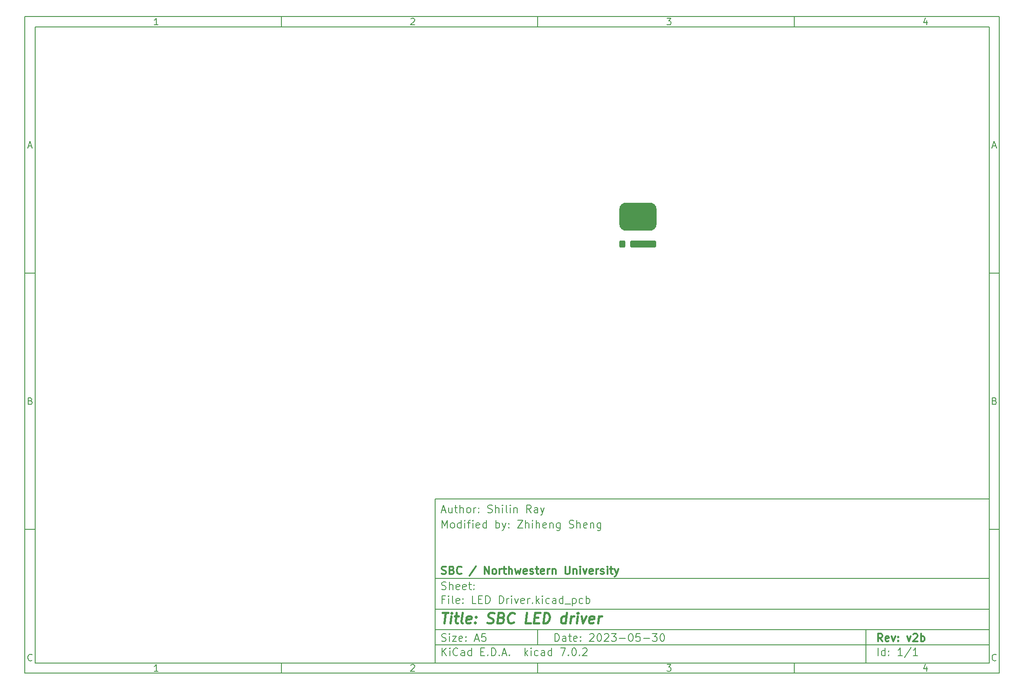
<source format=gtp>
%TF.GenerationSoftware,KiCad,Pcbnew,7.0.2*%
%TF.CreationDate,2023-05-31T10:27:28-05:00*%
%TF.ProjectId,LED Driver,4c454420-4472-4697-9665-722e6b696361,v2b*%
%TF.SameCoordinates,Original*%
%TF.FileFunction,Paste,Top*%
%TF.FilePolarity,Positive*%
%FSLAX46Y46*%
G04 Gerber Fmt 4.6, Leading zero omitted, Abs format (unit mm)*
G04 Created by KiCad (PCBNEW 7.0.2) date 2023-05-31 10:27:28*
%MOMM*%
%LPD*%
G01*
G04 APERTURE LIST*
G04 Aperture macros list*
%AMRoundRect*
0 Rectangle with rounded corners*
0 $1 Rounding radius*
0 $2 $3 $4 $5 $6 $7 $8 $9 X,Y pos of 4 corners*
0 Add a 4 corners polygon primitive as box body*
4,1,4,$2,$3,$4,$5,$6,$7,$8,$9,$2,$3,0*
0 Add four circle primitives for the rounded corners*
1,1,$1+$1,$2,$3*
1,1,$1+$1,$4,$5*
1,1,$1+$1,$6,$7*
1,1,$1+$1,$8,$9*
0 Add four rect primitives between the rounded corners*
20,1,$1+$1,$2,$3,$4,$5,0*
20,1,$1+$1,$4,$5,$6,$7,0*
20,1,$1+$1,$6,$7,$8,$9,0*
20,1,$1+$1,$8,$9,$2,$3,0*%
G04 Aperture macros list end*
%ADD10C,0.100000*%
%ADD11C,0.150000*%
%ADD12C,0.300000*%
%ADD13C,0.400000*%
%ADD14RoundRect,0.300000X-0.300000X-0.400000X0.300000X-0.400000X0.300000X0.400000X-0.300000X0.400000X0*%
%ADD15RoundRect,0.350000X-2.200000X-0.350000X2.200000X-0.350000X2.200000X0.350000X-2.200000X0.350000X0*%
%ADD16RoundRect,1.375000X-2.275000X-1.375000X2.275000X-1.375000X2.275000X1.375000X-2.275000X1.375000X0*%
G04 APERTURE END LIST*
D10*
D11*
X90007200Y-104005800D02*
X198007200Y-104005800D01*
X198007200Y-136005800D01*
X90007200Y-136005800D01*
X90007200Y-104005800D01*
D10*
D11*
X10000000Y-10000000D02*
X200007200Y-10000000D01*
X200007200Y-138005800D01*
X10000000Y-138005800D01*
X10000000Y-10000000D01*
D10*
D11*
X12000000Y-12000000D02*
X198007200Y-12000000D01*
X198007200Y-136005800D01*
X12000000Y-136005800D01*
X12000000Y-12000000D01*
D10*
D11*
X60000000Y-12000000D02*
X60000000Y-10000000D01*
D10*
D11*
X110000000Y-12000000D02*
X110000000Y-10000000D01*
D10*
D11*
X160000000Y-12000000D02*
X160000000Y-10000000D01*
D10*
D11*
X35990476Y-11601404D02*
X35247619Y-11601404D01*
X35619047Y-11601404D02*
X35619047Y-10301404D01*
X35619047Y-10301404D02*
X35495238Y-10487119D01*
X35495238Y-10487119D02*
X35371428Y-10610928D01*
X35371428Y-10610928D02*
X35247619Y-10672833D01*
D10*
D11*
X85247619Y-10425214D02*
X85309523Y-10363309D01*
X85309523Y-10363309D02*
X85433333Y-10301404D01*
X85433333Y-10301404D02*
X85742857Y-10301404D01*
X85742857Y-10301404D02*
X85866666Y-10363309D01*
X85866666Y-10363309D02*
X85928571Y-10425214D01*
X85928571Y-10425214D02*
X85990476Y-10549023D01*
X85990476Y-10549023D02*
X85990476Y-10672833D01*
X85990476Y-10672833D02*
X85928571Y-10858547D01*
X85928571Y-10858547D02*
X85185714Y-11601404D01*
X85185714Y-11601404D02*
X85990476Y-11601404D01*
D10*
D11*
X135185714Y-10301404D02*
X135990476Y-10301404D01*
X135990476Y-10301404D02*
X135557142Y-10796642D01*
X135557142Y-10796642D02*
X135742857Y-10796642D01*
X135742857Y-10796642D02*
X135866666Y-10858547D01*
X135866666Y-10858547D02*
X135928571Y-10920452D01*
X135928571Y-10920452D02*
X135990476Y-11044261D01*
X135990476Y-11044261D02*
X135990476Y-11353785D01*
X135990476Y-11353785D02*
X135928571Y-11477595D01*
X135928571Y-11477595D02*
X135866666Y-11539500D01*
X135866666Y-11539500D02*
X135742857Y-11601404D01*
X135742857Y-11601404D02*
X135371428Y-11601404D01*
X135371428Y-11601404D02*
X135247619Y-11539500D01*
X135247619Y-11539500D02*
X135185714Y-11477595D01*
D10*
D11*
X185866666Y-10734738D02*
X185866666Y-11601404D01*
X185557142Y-10239500D02*
X185247619Y-11168071D01*
X185247619Y-11168071D02*
X186052380Y-11168071D01*
D10*
D11*
X60000000Y-136005800D02*
X60000000Y-138005800D01*
D10*
D11*
X110000000Y-136005800D02*
X110000000Y-138005800D01*
D10*
D11*
X160000000Y-136005800D02*
X160000000Y-138005800D01*
D10*
D11*
X35990476Y-137607204D02*
X35247619Y-137607204D01*
X35619047Y-137607204D02*
X35619047Y-136307204D01*
X35619047Y-136307204D02*
X35495238Y-136492919D01*
X35495238Y-136492919D02*
X35371428Y-136616728D01*
X35371428Y-136616728D02*
X35247619Y-136678633D01*
D10*
D11*
X85247619Y-136431014D02*
X85309523Y-136369109D01*
X85309523Y-136369109D02*
X85433333Y-136307204D01*
X85433333Y-136307204D02*
X85742857Y-136307204D01*
X85742857Y-136307204D02*
X85866666Y-136369109D01*
X85866666Y-136369109D02*
X85928571Y-136431014D01*
X85928571Y-136431014D02*
X85990476Y-136554823D01*
X85990476Y-136554823D02*
X85990476Y-136678633D01*
X85990476Y-136678633D02*
X85928571Y-136864347D01*
X85928571Y-136864347D02*
X85185714Y-137607204D01*
X85185714Y-137607204D02*
X85990476Y-137607204D01*
D10*
D11*
X135185714Y-136307204D02*
X135990476Y-136307204D01*
X135990476Y-136307204D02*
X135557142Y-136802442D01*
X135557142Y-136802442D02*
X135742857Y-136802442D01*
X135742857Y-136802442D02*
X135866666Y-136864347D01*
X135866666Y-136864347D02*
X135928571Y-136926252D01*
X135928571Y-136926252D02*
X135990476Y-137050061D01*
X135990476Y-137050061D02*
X135990476Y-137359585D01*
X135990476Y-137359585D02*
X135928571Y-137483395D01*
X135928571Y-137483395D02*
X135866666Y-137545300D01*
X135866666Y-137545300D02*
X135742857Y-137607204D01*
X135742857Y-137607204D02*
X135371428Y-137607204D01*
X135371428Y-137607204D02*
X135247619Y-137545300D01*
X135247619Y-137545300D02*
X135185714Y-137483395D01*
D10*
D11*
X185866666Y-136740538D02*
X185866666Y-137607204D01*
X185557142Y-136245300D02*
X185247619Y-137173871D01*
X185247619Y-137173871D02*
X186052380Y-137173871D01*
D10*
D11*
X10000000Y-60000000D02*
X12000000Y-60000000D01*
D10*
D11*
X10000000Y-110000000D02*
X12000000Y-110000000D01*
D10*
D11*
X10690476Y-35229976D02*
X11309523Y-35229976D01*
X10566666Y-35601404D02*
X10999999Y-34301404D01*
X10999999Y-34301404D02*
X11433333Y-35601404D01*
D10*
D11*
X11092857Y-84920452D02*
X11278571Y-84982357D01*
X11278571Y-84982357D02*
X11340476Y-85044261D01*
X11340476Y-85044261D02*
X11402380Y-85168071D01*
X11402380Y-85168071D02*
X11402380Y-85353785D01*
X11402380Y-85353785D02*
X11340476Y-85477595D01*
X11340476Y-85477595D02*
X11278571Y-85539500D01*
X11278571Y-85539500D02*
X11154761Y-85601404D01*
X11154761Y-85601404D02*
X10659523Y-85601404D01*
X10659523Y-85601404D02*
X10659523Y-84301404D01*
X10659523Y-84301404D02*
X11092857Y-84301404D01*
X11092857Y-84301404D02*
X11216666Y-84363309D01*
X11216666Y-84363309D02*
X11278571Y-84425214D01*
X11278571Y-84425214D02*
X11340476Y-84549023D01*
X11340476Y-84549023D02*
X11340476Y-84672833D01*
X11340476Y-84672833D02*
X11278571Y-84796642D01*
X11278571Y-84796642D02*
X11216666Y-84858547D01*
X11216666Y-84858547D02*
X11092857Y-84920452D01*
X11092857Y-84920452D02*
X10659523Y-84920452D01*
D10*
D11*
X11402380Y-135477595D02*
X11340476Y-135539500D01*
X11340476Y-135539500D02*
X11154761Y-135601404D01*
X11154761Y-135601404D02*
X11030952Y-135601404D01*
X11030952Y-135601404D02*
X10845238Y-135539500D01*
X10845238Y-135539500D02*
X10721428Y-135415690D01*
X10721428Y-135415690D02*
X10659523Y-135291880D01*
X10659523Y-135291880D02*
X10597619Y-135044261D01*
X10597619Y-135044261D02*
X10597619Y-134858547D01*
X10597619Y-134858547D02*
X10659523Y-134610928D01*
X10659523Y-134610928D02*
X10721428Y-134487119D01*
X10721428Y-134487119D02*
X10845238Y-134363309D01*
X10845238Y-134363309D02*
X11030952Y-134301404D01*
X11030952Y-134301404D02*
X11154761Y-134301404D01*
X11154761Y-134301404D02*
X11340476Y-134363309D01*
X11340476Y-134363309D02*
X11402380Y-134425214D01*
D10*
D11*
X200007200Y-60000000D02*
X198007200Y-60000000D01*
D10*
D11*
X200007200Y-110000000D02*
X198007200Y-110000000D01*
D10*
D11*
X198697676Y-35229976D02*
X199316723Y-35229976D01*
X198573866Y-35601404D02*
X199007199Y-34301404D01*
X199007199Y-34301404D02*
X199440533Y-35601404D01*
D10*
D11*
X199100057Y-84920452D02*
X199285771Y-84982357D01*
X199285771Y-84982357D02*
X199347676Y-85044261D01*
X199347676Y-85044261D02*
X199409580Y-85168071D01*
X199409580Y-85168071D02*
X199409580Y-85353785D01*
X199409580Y-85353785D02*
X199347676Y-85477595D01*
X199347676Y-85477595D02*
X199285771Y-85539500D01*
X199285771Y-85539500D02*
X199161961Y-85601404D01*
X199161961Y-85601404D02*
X198666723Y-85601404D01*
X198666723Y-85601404D02*
X198666723Y-84301404D01*
X198666723Y-84301404D02*
X199100057Y-84301404D01*
X199100057Y-84301404D02*
X199223866Y-84363309D01*
X199223866Y-84363309D02*
X199285771Y-84425214D01*
X199285771Y-84425214D02*
X199347676Y-84549023D01*
X199347676Y-84549023D02*
X199347676Y-84672833D01*
X199347676Y-84672833D02*
X199285771Y-84796642D01*
X199285771Y-84796642D02*
X199223866Y-84858547D01*
X199223866Y-84858547D02*
X199100057Y-84920452D01*
X199100057Y-84920452D02*
X198666723Y-84920452D01*
D10*
D11*
X199409580Y-135477595D02*
X199347676Y-135539500D01*
X199347676Y-135539500D02*
X199161961Y-135601404D01*
X199161961Y-135601404D02*
X199038152Y-135601404D01*
X199038152Y-135601404D02*
X198852438Y-135539500D01*
X198852438Y-135539500D02*
X198728628Y-135415690D01*
X198728628Y-135415690D02*
X198666723Y-135291880D01*
X198666723Y-135291880D02*
X198604819Y-135044261D01*
X198604819Y-135044261D02*
X198604819Y-134858547D01*
X198604819Y-134858547D02*
X198666723Y-134610928D01*
X198666723Y-134610928D02*
X198728628Y-134487119D01*
X198728628Y-134487119D02*
X198852438Y-134363309D01*
X198852438Y-134363309D02*
X199038152Y-134301404D01*
X199038152Y-134301404D02*
X199161961Y-134301404D01*
X199161961Y-134301404D02*
X199347676Y-134363309D01*
X199347676Y-134363309D02*
X199409580Y-134425214D01*
D10*
D11*
X113364342Y-131799728D02*
X113364342Y-130299728D01*
X113364342Y-130299728D02*
X113721485Y-130299728D01*
X113721485Y-130299728D02*
X113935771Y-130371157D01*
X113935771Y-130371157D02*
X114078628Y-130514014D01*
X114078628Y-130514014D02*
X114150057Y-130656871D01*
X114150057Y-130656871D02*
X114221485Y-130942585D01*
X114221485Y-130942585D02*
X114221485Y-131156871D01*
X114221485Y-131156871D02*
X114150057Y-131442585D01*
X114150057Y-131442585D02*
X114078628Y-131585442D01*
X114078628Y-131585442D02*
X113935771Y-131728300D01*
X113935771Y-131728300D02*
X113721485Y-131799728D01*
X113721485Y-131799728D02*
X113364342Y-131799728D01*
X115507200Y-131799728D02*
X115507200Y-131014014D01*
X115507200Y-131014014D02*
X115435771Y-130871157D01*
X115435771Y-130871157D02*
X115292914Y-130799728D01*
X115292914Y-130799728D02*
X115007200Y-130799728D01*
X115007200Y-130799728D02*
X114864342Y-130871157D01*
X115507200Y-131728300D02*
X115364342Y-131799728D01*
X115364342Y-131799728D02*
X115007200Y-131799728D01*
X115007200Y-131799728D02*
X114864342Y-131728300D01*
X114864342Y-131728300D02*
X114792914Y-131585442D01*
X114792914Y-131585442D02*
X114792914Y-131442585D01*
X114792914Y-131442585D02*
X114864342Y-131299728D01*
X114864342Y-131299728D02*
X115007200Y-131228300D01*
X115007200Y-131228300D02*
X115364342Y-131228300D01*
X115364342Y-131228300D02*
X115507200Y-131156871D01*
X116007200Y-130799728D02*
X116578628Y-130799728D01*
X116221485Y-130299728D02*
X116221485Y-131585442D01*
X116221485Y-131585442D02*
X116292914Y-131728300D01*
X116292914Y-131728300D02*
X116435771Y-131799728D01*
X116435771Y-131799728D02*
X116578628Y-131799728D01*
X117650057Y-131728300D02*
X117507200Y-131799728D01*
X117507200Y-131799728D02*
X117221486Y-131799728D01*
X117221486Y-131799728D02*
X117078628Y-131728300D01*
X117078628Y-131728300D02*
X117007200Y-131585442D01*
X117007200Y-131585442D02*
X117007200Y-131014014D01*
X117007200Y-131014014D02*
X117078628Y-130871157D01*
X117078628Y-130871157D02*
X117221486Y-130799728D01*
X117221486Y-130799728D02*
X117507200Y-130799728D01*
X117507200Y-130799728D02*
X117650057Y-130871157D01*
X117650057Y-130871157D02*
X117721486Y-131014014D01*
X117721486Y-131014014D02*
X117721486Y-131156871D01*
X117721486Y-131156871D02*
X117007200Y-131299728D01*
X118364342Y-131656871D02*
X118435771Y-131728300D01*
X118435771Y-131728300D02*
X118364342Y-131799728D01*
X118364342Y-131799728D02*
X118292914Y-131728300D01*
X118292914Y-131728300D02*
X118364342Y-131656871D01*
X118364342Y-131656871D02*
X118364342Y-131799728D01*
X118364342Y-130871157D02*
X118435771Y-130942585D01*
X118435771Y-130942585D02*
X118364342Y-131014014D01*
X118364342Y-131014014D02*
X118292914Y-130942585D01*
X118292914Y-130942585D02*
X118364342Y-130871157D01*
X118364342Y-130871157D02*
X118364342Y-131014014D01*
X120150057Y-130442585D02*
X120221485Y-130371157D01*
X120221485Y-130371157D02*
X120364343Y-130299728D01*
X120364343Y-130299728D02*
X120721485Y-130299728D01*
X120721485Y-130299728D02*
X120864343Y-130371157D01*
X120864343Y-130371157D02*
X120935771Y-130442585D01*
X120935771Y-130442585D02*
X121007200Y-130585442D01*
X121007200Y-130585442D02*
X121007200Y-130728300D01*
X121007200Y-130728300D02*
X120935771Y-130942585D01*
X120935771Y-130942585D02*
X120078628Y-131799728D01*
X120078628Y-131799728D02*
X121007200Y-131799728D01*
X121935771Y-130299728D02*
X122078628Y-130299728D01*
X122078628Y-130299728D02*
X122221485Y-130371157D01*
X122221485Y-130371157D02*
X122292914Y-130442585D01*
X122292914Y-130442585D02*
X122364342Y-130585442D01*
X122364342Y-130585442D02*
X122435771Y-130871157D01*
X122435771Y-130871157D02*
X122435771Y-131228300D01*
X122435771Y-131228300D02*
X122364342Y-131514014D01*
X122364342Y-131514014D02*
X122292914Y-131656871D01*
X122292914Y-131656871D02*
X122221485Y-131728300D01*
X122221485Y-131728300D02*
X122078628Y-131799728D01*
X122078628Y-131799728D02*
X121935771Y-131799728D01*
X121935771Y-131799728D02*
X121792914Y-131728300D01*
X121792914Y-131728300D02*
X121721485Y-131656871D01*
X121721485Y-131656871D02*
X121650056Y-131514014D01*
X121650056Y-131514014D02*
X121578628Y-131228300D01*
X121578628Y-131228300D02*
X121578628Y-130871157D01*
X121578628Y-130871157D02*
X121650056Y-130585442D01*
X121650056Y-130585442D02*
X121721485Y-130442585D01*
X121721485Y-130442585D02*
X121792914Y-130371157D01*
X121792914Y-130371157D02*
X121935771Y-130299728D01*
X123007199Y-130442585D02*
X123078627Y-130371157D01*
X123078627Y-130371157D02*
X123221485Y-130299728D01*
X123221485Y-130299728D02*
X123578627Y-130299728D01*
X123578627Y-130299728D02*
X123721485Y-130371157D01*
X123721485Y-130371157D02*
X123792913Y-130442585D01*
X123792913Y-130442585D02*
X123864342Y-130585442D01*
X123864342Y-130585442D02*
X123864342Y-130728300D01*
X123864342Y-130728300D02*
X123792913Y-130942585D01*
X123792913Y-130942585D02*
X122935770Y-131799728D01*
X122935770Y-131799728D02*
X123864342Y-131799728D01*
X124364341Y-130299728D02*
X125292913Y-130299728D01*
X125292913Y-130299728D02*
X124792913Y-130871157D01*
X124792913Y-130871157D02*
X125007198Y-130871157D01*
X125007198Y-130871157D02*
X125150056Y-130942585D01*
X125150056Y-130942585D02*
X125221484Y-131014014D01*
X125221484Y-131014014D02*
X125292913Y-131156871D01*
X125292913Y-131156871D02*
X125292913Y-131514014D01*
X125292913Y-131514014D02*
X125221484Y-131656871D01*
X125221484Y-131656871D02*
X125150056Y-131728300D01*
X125150056Y-131728300D02*
X125007198Y-131799728D01*
X125007198Y-131799728D02*
X124578627Y-131799728D01*
X124578627Y-131799728D02*
X124435770Y-131728300D01*
X124435770Y-131728300D02*
X124364341Y-131656871D01*
X125935769Y-131228300D02*
X127078627Y-131228300D01*
X128078627Y-130299728D02*
X128221484Y-130299728D01*
X128221484Y-130299728D02*
X128364341Y-130371157D01*
X128364341Y-130371157D02*
X128435770Y-130442585D01*
X128435770Y-130442585D02*
X128507198Y-130585442D01*
X128507198Y-130585442D02*
X128578627Y-130871157D01*
X128578627Y-130871157D02*
X128578627Y-131228300D01*
X128578627Y-131228300D02*
X128507198Y-131514014D01*
X128507198Y-131514014D02*
X128435770Y-131656871D01*
X128435770Y-131656871D02*
X128364341Y-131728300D01*
X128364341Y-131728300D02*
X128221484Y-131799728D01*
X128221484Y-131799728D02*
X128078627Y-131799728D01*
X128078627Y-131799728D02*
X127935770Y-131728300D01*
X127935770Y-131728300D02*
X127864341Y-131656871D01*
X127864341Y-131656871D02*
X127792912Y-131514014D01*
X127792912Y-131514014D02*
X127721484Y-131228300D01*
X127721484Y-131228300D02*
X127721484Y-130871157D01*
X127721484Y-130871157D02*
X127792912Y-130585442D01*
X127792912Y-130585442D02*
X127864341Y-130442585D01*
X127864341Y-130442585D02*
X127935770Y-130371157D01*
X127935770Y-130371157D02*
X128078627Y-130299728D01*
X129935769Y-130299728D02*
X129221483Y-130299728D01*
X129221483Y-130299728D02*
X129150055Y-131014014D01*
X129150055Y-131014014D02*
X129221483Y-130942585D01*
X129221483Y-130942585D02*
X129364341Y-130871157D01*
X129364341Y-130871157D02*
X129721483Y-130871157D01*
X129721483Y-130871157D02*
X129864341Y-130942585D01*
X129864341Y-130942585D02*
X129935769Y-131014014D01*
X129935769Y-131014014D02*
X130007198Y-131156871D01*
X130007198Y-131156871D02*
X130007198Y-131514014D01*
X130007198Y-131514014D02*
X129935769Y-131656871D01*
X129935769Y-131656871D02*
X129864341Y-131728300D01*
X129864341Y-131728300D02*
X129721483Y-131799728D01*
X129721483Y-131799728D02*
X129364341Y-131799728D01*
X129364341Y-131799728D02*
X129221483Y-131728300D01*
X129221483Y-131728300D02*
X129150055Y-131656871D01*
X130650054Y-131228300D02*
X131792912Y-131228300D01*
X132364340Y-130299728D02*
X133292912Y-130299728D01*
X133292912Y-130299728D02*
X132792912Y-130871157D01*
X132792912Y-130871157D02*
X133007197Y-130871157D01*
X133007197Y-130871157D02*
X133150055Y-130942585D01*
X133150055Y-130942585D02*
X133221483Y-131014014D01*
X133221483Y-131014014D02*
X133292912Y-131156871D01*
X133292912Y-131156871D02*
X133292912Y-131514014D01*
X133292912Y-131514014D02*
X133221483Y-131656871D01*
X133221483Y-131656871D02*
X133150055Y-131728300D01*
X133150055Y-131728300D02*
X133007197Y-131799728D01*
X133007197Y-131799728D02*
X132578626Y-131799728D01*
X132578626Y-131799728D02*
X132435769Y-131728300D01*
X132435769Y-131728300D02*
X132364340Y-131656871D01*
X134221483Y-130299728D02*
X134364340Y-130299728D01*
X134364340Y-130299728D02*
X134507197Y-130371157D01*
X134507197Y-130371157D02*
X134578626Y-130442585D01*
X134578626Y-130442585D02*
X134650054Y-130585442D01*
X134650054Y-130585442D02*
X134721483Y-130871157D01*
X134721483Y-130871157D02*
X134721483Y-131228300D01*
X134721483Y-131228300D02*
X134650054Y-131514014D01*
X134650054Y-131514014D02*
X134578626Y-131656871D01*
X134578626Y-131656871D02*
X134507197Y-131728300D01*
X134507197Y-131728300D02*
X134364340Y-131799728D01*
X134364340Y-131799728D02*
X134221483Y-131799728D01*
X134221483Y-131799728D02*
X134078626Y-131728300D01*
X134078626Y-131728300D02*
X134007197Y-131656871D01*
X134007197Y-131656871D02*
X133935768Y-131514014D01*
X133935768Y-131514014D02*
X133864340Y-131228300D01*
X133864340Y-131228300D02*
X133864340Y-130871157D01*
X133864340Y-130871157D02*
X133935768Y-130585442D01*
X133935768Y-130585442D02*
X134007197Y-130442585D01*
X134007197Y-130442585D02*
X134078626Y-130371157D01*
X134078626Y-130371157D02*
X134221483Y-130299728D01*
D10*
D11*
X90007200Y-132505800D02*
X198007200Y-132505800D01*
D10*
D11*
X91364342Y-134599728D02*
X91364342Y-133099728D01*
X92221485Y-134599728D02*
X91578628Y-133742585D01*
X92221485Y-133099728D02*
X91364342Y-133956871D01*
X92864342Y-134599728D02*
X92864342Y-133599728D01*
X92864342Y-133099728D02*
X92792914Y-133171157D01*
X92792914Y-133171157D02*
X92864342Y-133242585D01*
X92864342Y-133242585D02*
X92935771Y-133171157D01*
X92935771Y-133171157D02*
X92864342Y-133099728D01*
X92864342Y-133099728D02*
X92864342Y-133242585D01*
X94435771Y-134456871D02*
X94364343Y-134528300D01*
X94364343Y-134528300D02*
X94150057Y-134599728D01*
X94150057Y-134599728D02*
X94007200Y-134599728D01*
X94007200Y-134599728D02*
X93792914Y-134528300D01*
X93792914Y-134528300D02*
X93650057Y-134385442D01*
X93650057Y-134385442D02*
X93578628Y-134242585D01*
X93578628Y-134242585D02*
X93507200Y-133956871D01*
X93507200Y-133956871D02*
X93507200Y-133742585D01*
X93507200Y-133742585D02*
X93578628Y-133456871D01*
X93578628Y-133456871D02*
X93650057Y-133314014D01*
X93650057Y-133314014D02*
X93792914Y-133171157D01*
X93792914Y-133171157D02*
X94007200Y-133099728D01*
X94007200Y-133099728D02*
X94150057Y-133099728D01*
X94150057Y-133099728D02*
X94364343Y-133171157D01*
X94364343Y-133171157D02*
X94435771Y-133242585D01*
X95721486Y-134599728D02*
X95721486Y-133814014D01*
X95721486Y-133814014D02*
X95650057Y-133671157D01*
X95650057Y-133671157D02*
X95507200Y-133599728D01*
X95507200Y-133599728D02*
X95221486Y-133599728D01*
X95221486Y-133599728D02*
X95078628Y-133671157D01*
X95721486Y-134528300D02*
X95578628Y-134599728D01*
X95578628Y-134599728D02*
X95221486Y-134599728D01*
X95221486Y-134599728D02*
X95078628Y-134528300D01*
X95078628Y-134528300D02*
X95007200Y-134385442D01*
X95007200Y-134385442D02*
X95007200Y-134242585D01*
X95007200Y-134242585D02*
X95078628Y-134099728D01*
X95078628Y-134099728D02*
X95221486Y-134028300D01*
X95221486Y-134028300D02*
X95578628Y-134028300D01*
X95578628Y-134028300D02*
X95721486Y-133956871D01*
X97078629Y-134599728D02*
X97078629Y-133099728D01*
X97078629Y-134528300D02*
X96935771Y-134599728D01*
X96935771Y-134599728D02*
X96650057Y-134599728D01*
X96650057Y-134599728D02*
X96507200Y-134528300D01*
X96507200Y-134528300D02*
X96435771Y-134456871D01*
X96435771Y-134456871D02*
X96364343Y-134314014D01*
X96364343Y-134314014D02*
X96364343Y-133885442D01*
X96364343Y-133885442D02*
X96435771Y-133742585D01*
X96435771Y-133742585D02*
X96507200Y-133671157D01*
X96507200Y-133671157D02*
X96650057Y-133599728D01*
X96650057Y-133599728D02*
X96935771Y-133599728D01*
X96935771Y-133599728D02*
X97078629Y-133671157D01*
X98935771Y-133814014D02*
X99435771Y-133814014D01*
X99650057Y-134599728D02*
X98935771Y-134599728D01*
X98935771Y-134599728D02*
X98935771Y-133099728D01*
X98935771Y-133099728D02*
X99650057Y-133099728D01*
X100292914Y-134456871D02*
X100364343Y-134528300D01*
X100364343Y-134528300D02*
X100292914Y-134599728D01*
X100292914Y-134599728D02*
X100221486Y-134528300D01*
X100221486Y-134528300D02*
X100292914Y-134456871D01*
X100292914Y-134456871D02*
X100292914Y-134599728D01*
X101007200Y-134599728D02*
X101007200Y-133099728D01*
X101007200Y-133099728D02*
X101364343Y-133099728D01*
X101364343Y-133099728D02*
X101578629Y-133171157D01*
X101578629Y-133171157D02*
X101721486Y-133314014D01*
X101721486Y-133314014D02*
X101792915Y-133456871D01*
X101792915Y-133456871D02*
X101864343Y-133742585D01*
X101864343Y-133742585D02*
X101864343Y-133956871D01*
X101864343Y-133956871D02*
X101792915Y-134242585D01*
X101792915Y-134242585D02*
X101721486Y-134385442D01*
X101721486Y-134385442D02*
X101578629Y-134528300D01*
X101578629Y-134528300D02*
X101364343Y-134599728D01*
X101364343Y-134599728D02*
X101007200Y-134599728D01*
X102507200Y-134456871D02*
X102578629Y-134528300D01*
X102578629Y-134528300D02*
X102507200Y-134599728D01*
X102507200Y-134599728D02*
X102435772Y-134528300D01*
X102435772Y-134528300D02*
X102507200Y-134456871D01*
X102507200Y-134456871D02*
X102507200Y-134599728D01*
X103150058Y-134171157D02*
X103864344Y-134171157D01*
X103007201Y-134599728D02*
X103507201Y-133099728D01*
X103507201Y-133099728D02*
X104007201Y-134599728D01*
X104507200Y-134456871D02*
X104578629Y-134528300D01*
X104578629Y-134528300D02*
X104507200Y-134599728D01*
X104507200Y-134599728D02*
X104435772Y-134528300D01*
X104435772Y-134528300D02*
X104507200Y-134456871D01*
X104507200Y-134456871D02*
X104507200Y-134599728D01*
X107507200Y-134599728D02*
X107507200Y-133099728D01*
X107650058Y-134028300D02*
X108078629Y-134599728D01*
X108078629Y-133599728D02*
X107507200Y-134171157D01*
X108721486Y-134599728D02*
X108721486Y-133599728D01*
X108721486Y-133099728D02*
X108650058Y-133171157D01*
X108650058Y-133171157D02*
X108721486Y-133242585D01*
X108721486Y-133242585D02*
X108792915Y-133171157D01*
X108792915Y-133171157D02*
X108721486Y-133099728D01*
X108721486Y-133099728D02*
X108721486Y-133242585D01*
X110078630Y-134528300D02*
X109935772Y-134599728D01*
X109935772Y-134599728D02*
X109650058Y-134599728D01*
X109650058Y-134599728D02*
X109507201Y-134528300D01*
X109507201Y-134528300D02*
X109435772Y-134456871D01*
X109435772Y-134456871D02*
X109364344Y-134314014D01*
X109364344Y-134314014D02*
X109364344Y-133885442D01*
X109364344Y-133885442D02*
X109435772Y-133742585D01*
X109435772Y-133742585D02*
X109507201Y-133671157D01*
X109507201Y-133671157D02*
X109650058Y-133599728D01*
X109650058Y-133599728D02*
X109935772Y-133599728D01*
X109935772Y-133599728D02*
X110078630Y-133671157D01*
X111364344Y-134599728D02*
X111364344Y-133814014D01*
X111364344Y-133814014D02*
X111292915Y-133671157D01*
X111292915Y-133671157D02*
X111150058Y-133599728D01*
X111150058Y-133599728D02*
X110864344Y-133599728D01*
X110864344Y-133599728D02*
X110721486Y-133671157D01*
X111364344Y-134528300D02*
X111221486Y-134599728D01*
X111221486Y-134599728D02*
X110864344Y-134599728D01*
X110864344Y-134599728D02*
X110721486Y-134528300D01*
X110721486Y-134528300D02*
X110650058Y-134385442D01*
X110650058Y-134385442D02*
X110650058Y-134242585D01*
X110650058Y-134242585D02*
X110721486Y-134099728D01*
X110721486Y-134099728D02*
X110864344Y-134028300D01*
X110864344Y-134028300D02*
X111221486Y-134028300D01*
X111221486Y-134028300D02*
X111364344Y-133956871D01*
X112721487Y-134599728D02*
X112721487Y-133099728D01*
X112721487Y-134528300D02*
X112578629Y-134599728D01*
X112578629Y-134599728D02*
X112292915Y-134599728D01*
X112292915Y-134599728D02*
X112150058Y-134528300D01*
X112150058Y-134528300D02*
X112078629Y-134456871D01*
X112078629Y-134456871D02*
X112007201Y-134314014D01*
X112007201Y-134314014D02*
X112007201Y-133885442D01*
X112007201Y-133885442D02*
X112078629Y-133742585D01*
X112078629Y-133742585D02*
X112150058Y-133671157D01*
X112150058Y-133671157D02*
X112292915Y-133599728D01*
X112292915Y-133599728D02*
X112578629Y-133599728D01*
X112578629Y-133599728D02*
X112721487Y-133671157D01*
X114435772Y-133099728D02*
X115435772Y-133099728D01*
X115435772Y-133099728D02*
X114792915Y-134599728D01*
X116007200Y-134456871D02*
X116078629Y-134528300D01*
X116078629Y-134528300D02*
X116007200Y-134599728D01*
X116007200Y-134599728D02*
X115935772Y-134528300D01*
X115935772Y-134528300D02*
X116007200Y-134456871D01*
X116007200Y-134456871D02*
X116007200Y-134599728D01*
X117007201Y-133099728D02*
X117150058Y-133099728D01*
X117150058Y-133099728D02*
X117292915Y-133171157D01*
X117292915Y-133171157D02*
X117364344Y-133242585D01*
X117364344Y-133242585D02*
X117435772Y-133385442D01*
X117435772Y-133385442D02*
X117507201Y-133671157D01*
X117507201Y-133671157D02*
X117507201Y-134028300D01*
X117507201Y-134028300D02*
X117435772Y-134314014D01*
X117435772Y-134314014D02*
X117364344Y-134456871D01*
X117364344Y-134456871D02*
X117292915Y-134528300D01*
X117292915Y-134528300D02*
X117150058Y-134599728D01*
X117150058Y-134599728D02*
X117007201Y-134599728D01*
X117007201Y-134599728D02*
X116864344Y-134528300D01*
X116864344Y-134528300D02*
X116792915Y-134456871D01*
X116792915Y-134456871D02*
X116721486Y-134314014D01*
X116721486Y-134314014D02*
X116650058Y-134028300D01*
X116650058Y-134028300D02*
X116650058Y-133671157D01*
X116650058Y-133671157D02*
X116721486Y-133385442D01*
X116721486Y-133385442D02*
X116792915Y-133242585D01*
X116792915Y-133242585D02*
X116864344Y-133171157D01*
X116864344Y-133171157D02*
X117007201Y-133099728D01*
X118150057Y-134456871D02*
X118221486Y-134528300D01*
X118221486Y-134528300D02*
X118150057Y-134599728D01*
X118150057Y-134599728D02*
X118078629Y-134528300D01*
X118078629Y-134528300D02*
X118150057Y-134456871D01*
X118150057Y-134456871D02*
X118150057Y-134599728D01*
X118792915Y-133242585D02*
X118864343Y-133171157D01*
X118864343Y-133171157D02*
X119007201Y-133099728D01*
X119007201Y-133099728D02*
X119364343Y-133099728D01*
X119364343Y-133099728D02*
X119507201Y-133171157D01*
X119507201Y-133171157D02*
X119578629Y-133242585D01*
X119578629Y-133242585D02*
X119650058Y-133385442D01*
X119650058Y-133385442D02*
X119650058Y-133528300D01*
X119650058Y-133528300D02*
X119578629Y-133742585D01*
X119578629Y-133742585D02*
X118721486Y-134599728D01*
X118721486Y-134599728D02*
X119650058Y-134599728D01*
D10*
D11*
X90007200Y-129505800D02*
X198007200Y-129505800D01*
D10*
D12*
X177221485Y-131799728D02*
X176721485Y-131085442D01*
X176364342Y-131799728D02*
X176364342Y-130299728D01*
X176364342Y-130299728D02*
X176935771Y-130299728D01*
X176935771Y-130299728D02*
X177078628Y-130371157D01*
X177078628Y-130371157D02*
X177150057Y-130442585D01*
X177150057Y-130442585D02*
X177221485Y-130585442D01*
X177221485Y-130585442D02*
X177221485Y-130799728D01*
X177221485Y-130799728D02*
X177150057Y-130942585D01*
X177150057Y-130942585D02*
X177078628Y-131014014D01*
X177078628Y-131014014D02*
X176935771Y-131085442D01*
X176935771Y-131085442D02*
X176364342Y-131085442D01*
X178435771Y-131728300D02*
X178292914Y-131799728D01*
X178292914Y-131799728D02*
X178007200Y-131799728D01*
X178007200Y-131799728D02*
X177864342Y-131728300D01*
X177864342Y-131728300D02*
X177792914Y-131585442D01*
X177792914Y-131585442D02*
X177792914Y-131014014D01*
X177792914Y-131014014D02*
X177864342Y-130871157D01*
X177864342Y-130871157D02*
X178007200Y-130799728D01*
X178007200Y-130799728D02*
X178292914Y-130799728D01*
X178292914Y-130799728D02*
X178435771Y-130871157D01*
X178435771Y-130871157D02*
X178507200Y-131014014D01*
X178507200Y-131014014D02*
X178507200Y-131156871D01*
X178507200Y-131156871D02*
X177792914Y-131299728D01*
X179007199Y-130799728D02*
X179364342Y-131799728D01*
X179364342Y-131799728D02*
X179721485Y-130799728D01*
X180292913Y-131656871D02*
X180364342Y-131728300D01*
X180364342Y-131728300D02*
X180292913Y-131799728D01*
X180292913Y-131799728D02*
X180221485Y-131728300D01*
X180221485Y-131728300D02*
X180292913Y-131656871D01*
X180292913Y-131656871D02*
X180292913Y-131799728D01*
X180292913Y-130871157D02*
X180364342Y-130942585D01*
X180364342Y-130942585D02*
X180292913Y-131014014D01*
X180292913Y-131014014D02*
X180221485Y-130942585D01*
X180221485Y-130942585D02*
X180292913Y-130871157D01*
X180292913Y-130871157D02*
X180292913Y-131014014D01*
X182007199Y-130799728D02*
X182364342Y-131799728D01*
X182364342Y-131799728D02*
X182721485Y-130799728D01*
X183221485Y-130442585D02*
X183292913Y-130371157D01*
X183292913Y-130371157D02*
X183435771Y-130299728D01*
X183435771Y-130299728D02*
X183792913Y-130299728D01*
X183792913Y-130299728D02*
X183935771Y-130371157D01*
X183935771Y-130371157D02*
X184007199Y-130442585D01*
X184007199Y-130442585D02*
X184078628Y-130585442D01*
X184078628Y-130585442D02*
X184078628Y-130728300D01*
X184078628Y-130728300D02*
X184007199Y-130942585D01*
X184007199Y-130942585D02*
X183150056Y-131799728D01*
X183150056Y-131799728D02*
X184078628Y-131799728D01*
X184721484Y-131799728D02*
X184721484Y-130299728D01*
X184721484Y-130871157D02*
X184864342Y-130799728D01*
X184864342Y-130799728D02*
X185150056Y-130799728D01*
X185150056Y-130799728D02*
X185292913Y-130871157D01*
X185292913Y-130871157D02*
X185364342Y-130942585D01*
X185364342Y-130942585D02*
X185435770Y-131085442D01*
X185435770Y-131085442D02*
X185435770Y-131514014D01*
X185435770Y-131514014D02*
X185364342Y-131656871D01*
X185364342Y-131656871D02*
X185292913Y-131728300D01*
X185292913Y-131728300D02*
X185150056Y-131799728D01*
X185150056Y-131799728D02*
X184864342Y-131799728D01*
X184864342Y-131799728D02*
X184721484Y-131728300D01*
D10*
D11*
X91292914Y-131728300D02*
X91507200Y-131799728D01*
X91507200Y-131799728D02*
X91864342Y-131799728D01*
X91864342Y-131799728D02*
X92007200Y-131728300D01*
X92007200Y-131728300D02*
X92078628Y-131656871D01*
X92078628Y-131656871D02*
X92150057Y-131514014D01*
X92150057Y-131514014D02*
X92150057Y-131371157D01*
X92150057Y-131371157D02*
X92078628Y-131228300D01*
X92078628Y-131228300D02*
X92007200Y-131156871D01*
X92007200Y-131156871D02*
X91864342Y-131085442D01*
X91864342Y-131085442D02*
X91578628Y-131014014D01*
X91578628Y-131014014D02*
X91435771Y-130942585D01*
X91435771Y-130942585D02*
X91364342Y-130871157D01*
X91364342Y-130871157D02*
X91292914Y-130728300D01*
X91292914Y-130728300D02*
X91292914Y-130585442D01*
X91292914Y-130585442D02*
X91364342Y-130442585D01*
X91364342Y-130442585D02*
X91435771Y-130371157D01*
X91435771Y-130371157D02*
X91578628Y-130299728D01*
X91578628Y-130299728D02*
X91935771Y-130299728D01*
X91935771Y-130299728D02*
X92150057Y-130371157D01*
X92792913Y-131799728D02*
X92792913Y-130799728D01*
X92792913Y-130299728D02*
X92721485Y-130371157D01*
X92721485Y-130371157D02*
X92792913Y-130442585D01*
X92792913Y-130442585D02*
X92864342Y-130371157D01*
X92864342Y-130371157D02*
X92792913Y-130299728D01*
X92792913Y-130299728D02*
X92792913Y-130442585D01*
X93364342Y-130799728D02*
X94150057Y-130799728D01*
X94150057Y-130799728D02*
X93364342Y-131799728D01*
X93364342Y-131799728D02*
X94150057Y-131799728D01*
X95292914Y-131728300D02*
X95150057Y-131799728D01*
X95150057Y-131799728D02*
X94864343Y-131799728D01*
X94864343Y-131799728D02*
X94721485Y-131728300D01*
X94721485Y-131728300D02*
X94650057Y-131585442D01*
X94650057Y-131585442D02*
X94650057Y-131014014D01*
X94650057Y-131014014D02*
X94721485Y-130871157D01*
X94721485Y-130871157D02*
X94864343Y-130799728D01*
X94864343Y-130799728D02*
X95150057Y-130799728D01*
X95150057Y-130799728D02*
X95292914Y-130871157D01*
X95292914Y-130871157D02*
X95364343Y-131014014D01*
X95364343Y-131014014D02*
X95364343Y-131156871D01*
X95364343Y-131156871D02*
X94650057Y-131299728D01*
X96007199Y-131656871D02*
X96078628Y-131728300D01*
X96078628Y-131728300D02*
X96007199Y-131799728D01*
X96007199Y-131799728D02*
X95935771Y-131728300D01*
X95935771Y-131728300D02*
X96007199Y-131656871D01*
X96007199Y-131656871D02*
X96007199Y-131799728D01*
X96007199Y-130871157D02*
X96078628Y-130942585D01*
X96078628Y-130942585D02*
X96007199Y-131014014D01*
X96007199Y-131014014D02*
X95935771Y-130942585D01*
X95935771Y-130942585D02*
X96007199Y-130871157D01*
X96007199Y-130871157D02*
X96007199Y-131014014D01*
X97792914Y-131371157D02*
X98507200Y-131371157D01*
X97650057Y-131799728D02*
X98150057Y-130299728D01*
X98150057Y-130299728D02*
X98650057Y-131799728D01*
X99864342Y-130299728D02*
X99150056Y-130299728D01*
X99150056Y-130299728D02*
X99078628Y-131014014D01*
X99078628Y-131014014D02*
X99150056Y-130942585D01*
X99150056Y-130942585D02*
X99292914Y-130871157D01*
X99292914Y-130871157D02*
X99650056Y-130871157D01*
X99650056Y-130871157D02*
X99792914Y-130942585D01*
X99792914Y-130942585D02*
X99864342Y-131014014D01*
X99864342Y-131014014D02*
X99935771Y-131156871D01*
X99935771Y-131156871D02*
X99935771Y-131514014D01*
X99935771Y-131514014D02*
X99864342Y-131656871D01*
X99864342Y-131656871D02*
X99792914Y-131728300D01*
X99792914Y-131728300D02*
X99650056Y-131799728D01*
X99650056Y-131799728D02*
X99292914Y-131799728D01*
X99292914Y-131799728D02*
X99150056Y-131728300D01*
X99150056Y-131728300D02*
X99078628Y-131656871D01*
D10*
D11*
X176364342Y-134599728D02*
X176364342Y-133099728D01*
X177721486Y-134599728D02*
X177721486Y-133099728D01*
X177721486Y-134528300D02*
X177578628Y-134599728D01*
X177578628Y-134599728D02*
X177292914Y-134599728D01*
X177292914Y-134599728D02*
X177150057Y-134528300D01*
X177150057Y-134528300D02*
X177078628Y-134456871D01*
X177078628Y-134456871D02*
X177007200Y-134314014D01*
X177007200Y-134314014D02*
X177007200Y-133885442D01*
X177007200Y-133885442D02*
X177078628Y-133742585D01*
X177078628Y-133742585D02*
X177150057Y-133671157D01*
X177150057Y-133671157D02*
X177292914Y-133599728D01*
X177292914Y-133599728D02*
X177578628Y-133599728D01*
X177578628Y-133599728D02*
X177721486Y-133671157D01*
X178435771Y-134456871D02*
X178507200Y-134528300D01*
X178507200Y-134528300D02*
X178435771Y-134599728D01*
X178435771Y-134599728D02*
X178364343Y-134528300D01*
X178364343Y-134528300D02*
X178435771Y-134456871D01*
X178435771Y-134456871D02*
X178435771Y-134599728D01*
X178435771Y-133671157D02*
X178507200Y-133742585D01*
X178507200Y-133742585D02*
X178435771Y-133814014D01*
X178435771Y-133814014D02*
X178364343Y-133742585D01*
X178364343Y-133742585D02*
X178435771Y-133671157D01*
X178435771Y-133671157D02*
X178435771Y-133814014D01*
X181078629Y-134599728D02*
X180221486Y-134599728D01*
X180650057Y-134599728D02*
X180650057Y-133099728D01*
X180650057Y-133099728D02*
X180507200Y-133314014D01*
X180507200Y-133314014D02*
X180364343Y-133456871D01*
X180364343Y-133456871D02*
X180221486Y-133528300D01*
X182792914Y-133028300D02*
X181507200Y-134956871D01*
X184078629Y-134599728D02*
X183221486Y-134599728D01*
X183650057Y-134599728D02*
X183650057Y-133099728D01*
X183650057Y-133099728D02*
X183507200Y-133314014D01*
X183507200Y-133314014D02*
X183364343Y-133456871D01*
X183364343Y-133456871D02*
X183221486Y-133528300D01*
D10*
D11*
X90007200Y-125505800D02*
X198007200Y-125505800D01*
D10*
D13*
X91435771Y-126231038D02*
X92578628Y-126231038D01*
X91757200Y-128231038D02*
X92007200Y-126231038D01*
X92983390Y-128231038D02*
X93150057Y-126897704D01*
X93233390Y-126231038D02*
X93126247Y-126326276D01*
X93126247Y-126326276D02*
X93209581Y-126421514D01*
X93209581Y-126421514D02*
X93316724Y-126326276D01*
X93316724Y-126326276D02*
X93233390Y-126231038D01*
X93233390Y-126231038D02*
X93209581Y-126421514D01*
X93804819Y-126897704D02*
X94566723Y-126897704D01*
X94173866Y-126231038D02*
X93959581Y-127945323D01*
X93959581Y-127945323D02*
X94031009Y-128135800D01*
X94031009Y-128135800D02*
X94209581Y-128231038D01*
X94209581Y-128231038D02*
X94400057Y-128231038D01*
X95340533Y-128231038D02*
X95161961Y-128135800D01*
X95161961Y-128135800D02*
X95090533Y-127945323D01*
X95090533Y-127945323D02*
X95304818Y-126231038D01*
X96864342Y-128135800D02*
X96661961Y-128231038D01*
X96661961Y-128231038D02*
X96281008Y-128231038D01*
X96281008Y-128231038D02*
X96102437Y-128135800D01*
X96102437Y-128135800D02*
X96031008Y-127945323D01*
X96031008Y-127945323D02*
X96126247Y-127183419D01*
X96126247Y-127183419D02*
X96245294Y-126992942D01*
X96245294Y-126992942D02*
X96447675Y-126897704D01*
X96447675Y-126897704D02*
X96828627Y-126897704D01*
X96828627Y-126897704D02*
X97007199Y-126992942D01*
X97007199Y-126992942D02*
X97078627Y-127183419D01*
X97078627Y-127183419D02*
X97054818Y-127373895D01*
X97054818Y-127373895D02*
X96078627Y-127564371D01*
X97816723Y-128040561D02*
X97900056Y-128135800D01*
X97900056Y-128135800D02*
X97792913Y-128231038D01*
X97792913Y-128231038D02*
X97709580Y-128135800D01*
X97709580Y-128135800D02*
X97816723Y-128040561D01*
X97816723Y-128040561D02*
X97792913Y-128231038D01*
X97947675Y-126992942D02*
X98031008Y-127088180D01*
X98031008Y-127088180D02*
X97923866Y-127183419D01*
X97923866Y-127183419D02*
X97840532Y-127088180D01*
X97840532Y-127088180D02*
X97947675Y-126992942D01*
X97947675Y-126992942D02*
X97923866Y-127183419D01*
X100173866Y-128135800D02*
X100447675Y-128231038D01*
X100447675Y-128231038D02*
X100923866Y-128231038D01*
X100923866Y-128231038D02*
X101126247Y-128135800D01*
X101126247Y-128135800D02*
X101233390Y-128040561D01*
X101233390Y-128040561D02*
X101352437Y-127850085D01*
X101352437Y-127850085D02*
X101376247Y-127659609D01*
X101376247Y-127659609D02*
X101304818Y-127469133D01*
X101304818Y-127469133D02*
X101221485Y-127373895D01*
X101221485Y-127373895D02*
X101042914Y-127278657D01*
X101042914Y-127278657D02*
X100673866Y-127183419D01*
X100673866Y-127183419D02*
X100495294Y-127088180D01*
X100495294Y-127088180D02*
X100411961Y-126992942D01*
X100411961Y-126992942D02*
X100340533Y-126802466D01*
X100340533Y-126802466D02*
X100364342Y-126611990D01*
X100364342Y-126611990D02*
X100483390Y-126421514D01*
X100483390Y-126421514D02*
X100590533Y-126326276D01*
X100590533Y-126326276D02*
X100792914Y-126231038D01*
X100792914Y-126231038D02*
X101269104Y-126231038D01*
X101269104Y-126231038D02*
X101542914Y-126326276D01*
X102947675Y-127183419D02*
X103221485Y-127278657D01*
X103221485Y-127278657D02*
X103304818Y-127373895D01*
X103304818Y-127373895D02*
X103376247Y-127564371D01*
X103376247Y-127564371D02*
X103340532Y-127850085D01*
X103340532Y-127850085D02*
X103221485Y-128040561D01*
X103221485Y-128040561D02*
X103114342Y-128135800D01*
X103114342Y-128135800D02*
X102911961Y-128231038D01*
X102911961Y-128231038D02*
X102150056Y-128231038D01*
X102150056Y-128231038D02*
X102400056Y-126231038D01*
X102400056Y-126231038D02*
X103066723Y-126231038D01*
X103066723Y-126231038D02*
X103245294Y-126326276D01*
X103245294Y-126326276D02*
X103328628Y-126421514D01*
X103328628Y-126421514D02*
X103400056Y-126611990D01*
X103400056Y-126611990D02*
X103376247Y-126802466D01*
X103376247Y-126802466D02*
X103257199Y-126992942D01*
X103257199Y-126992942D02*
X103150056Y-127088180D01*
X103150056Y-127088180D02*
X102947675Y-127183419D01*
X102947675Y-127183419D02*
X102281009Y-127183419D01*
X105304818Y-128040561D02*
X105197675Y-128135800D01*
X105197675Y-128135800D02*
X104900056Y-128231038D01*
X104900056Y-128231038D02*
X104709580Y-128231038D01*
X104709580Y-128231038D02*
X104435770Y-128135800D01*
X104435770Y-128135800D02*
X104269104Y-127945323D01*
X104269104Y-127945323D02*
X104197675Y-127754847D01*
X104197675Y-127754847D02*
X104150056Y-127373895D01*
X104150056Y-127373895D02*
X104185770Y-127088180D01*
X104185770Y-127088180D02*
X104328627Y-126707228D01*
X104328627Y-126707228D02*
X104447675Y-126516752D01*
X104447675Y-126516752D02*
X104661961Y-126326276D01*
X104661961Y-126326276D02*
X104959580Y-126231038D01*
X104959580Y-126231038D02*
X105150056Y-126231038D01*
X105150056Y-126231038D02*
X105423866Y-126326276D01*
X105423866Y-126326276D02*
X105507199Y-126421514D01*
X108602437Y-128231038D02*
X107650056Y-128231038D01*
X107650056Y-128231038D02*
X107900056Y-126231038D01*
X109388152Y-127183419D02*
X110054818Y-127183419D01*
X110209580Y-128231038D02*
X109257199Y-128231038D01*
X109257199Y-128231038D02*
X109507199Y-126231038D01*
X109507199Y-126231038D02*
X110459580Y-126231038D01*
X111054818Y-128231038D02*
X111304818Y-126231038D01*
X111304818Y-126231038D02*
X111781009Y-126231038D01*
X111781009Y-126231038D02*
X112054818Y-126326276D01*
X112054818Y-126326276D02*
X112221485Y-126516752D01*
X112221485Y-126516752D02*
X112292913Y-126707228D01*
X112292913Y-126707228D02*
X112340533Y-127088180D01*
X112340533Y-127088180D02*
X112304818Y-127373895D01*
X112304818Y-127373895D02*
X112161961Y-127754847D01*
X112161961Y-127754847D02*
X112042913Y-127945323D01*
X112042913Y-127945323D02*
X111828628Y-128135800D01*
X111828628Y-128135800D02*
X111531009Y-128231038D01*
X111531009Y-128231038D02*
X111054818Y-128231038D01*
X115423866Y-128231038D02*
X115673866Y-126231038D01*
X115435771Y-128135800D02*
X115233390Y-128231038D01*
X115233390Y-128231038D02*
X114852438Y-128231038D01*
X114852438Y-128231038D02*
X114673866Y-128135800D01*
X114673866Y-128135800D02*
X114590533Y-128040561D01*
X114590533Y-128040561D02*
X114519104Y-127850085D01*
X114519104Y-127850085D02*
X114590533Y-127278657D01*
X114590533Y-127278657D02*
X114709580Y-127088180D01*
X114709580Y-127088180D02*
X114816723Y-126992942D01*
X114816723Y-126992942D02*
X115019104Y-126897704D01*
X115019104Y-126897704D02*
X115400057Y-126897704D01*
X115400057Y-126897704D02*
X115578628Y-126992942D01*
X116364342Y-128231038D02*
X116531009Y-126897704D01*
X116483390Y-127278657D02*
X116602437Y-127088180D01*
X116602437Y-127088180D02*
X116709580Y-126992942D01*
X116709580Y-126992942D02*
X116911961Y-126897704D01*
X116911961Y-126897704D02*
X117102437Y-126897704D01*
X117590532Y-128231038D02*
X117757199Y-126897704D01*
X117840532Y-126231038D02*
X117733389Y-126326276D01*
X117733389Y-126326276D02*
X117816723Y-126421514D01*
X117816723Y-126421514D02*
X117923866Y-126326276D01*
X117923866Y-126326276D02*
X117840532Y-126231038D01*
X117840532Y-126231038D02*
X117816723Y-126421514D01*
X118507199Y-126897704D02*
X118816723Y-128231038D01*
X118816723Y-128231038D02*
X119459580Y-126897704D01*
X120816723Y-128135800D02*
X120614342Y-128231038D01*
X120614342Y-128231038D02*
X120233389Y-128231038D01*
X120233389Y-128231038D02*
X120054818Y-128135800D01*
X120054818Y-128135800D02*
X119983389Y-127945323D01*
X119983389Y-127945323D02*
X120078628Y-127183419D01*
X120078628Y-127183419D02*
X120197675Y-126992942D01*
X120197675Y-126992942D02*
X120400056Y-126897704D01*
X120400056Y-126897704D02*
X120781008Y-126897704D01*
X120781008Y-126897704D02*
X120959580Y-126992942D01*
X120959580Y-126992942D02*
X121031008Y-127183419D01*
X121031008Y-127183419D02*
X121007199Y-127373895D01*
X121007199Y-127373895D02*
X120031008Y-127564371D01*
X121745294Y-128231038D02*
X121911961Y-126897704D01*
X121864342Y-127278657D02*
X121983389Y-127088180D01*
X121983389Y-127088180D02*
X122090532Y-126992942D01*
X122090532Y-126992942D02*
X122292913Y-126897704D01*
X122292913Y-126897704D02*
X122483389Y-126897704D01*
D10*
D11*
X91864342Y-123614014D02*
X91364342Y-123614014D01*
X91364342Y-124399728D02*
X91364342Y-122899728D01*
X91364342Y-122899728D02*
X92078628Y-122899728D01*
X92650056Y-124399728D02*
X92650056Y-123399728D01*
X92650056Y-122899728D02*
X92578628Y-122971157D01*
X92578628Y-122971157D02*
X92650056Y-123042585D01*
X92650056Y-123042585D02*
X92721485Y-122971157D01*
X92721485Y-122971157D02*
X92650056Y-122899728D01*
X92650056Y-122899728D02*
X92650056Y-123042585D01*
X93578628Y-124399728D02*
X93435771Y-124328300D01*
X93435771Y-124328300D02*
X93364342Y-124185442D01*
X93364342Y-124185442D02*
X93364342Y-122899728D01*
X94721485Y-124328300D02*
X94578628Y-124399728D01*
X94578628Y-124399728D02*
X94292914Y-124399728D01*
X94292914Y-124399728D02*
X94150056Y-124328300D01*
X94150056Y-124328300D02*
X94078628Y-124185442D01*
X94078628Y-124185442D02*
X94078628Y-123614014D01*
X94078628Y-123614014D02*
X94150056Y-123471157D01*
X94150056Y-123471157D02*
X94292914Y-123399728D01*
X94292914Y-123399728D02*
X94578628Y-123399728D01*
X94578628Y-123399728D02*
X94721485Y-123471157D01*
X94721485Y-123471157D02*
X94792914Y-123614014D01*
X94792914Y-123614014D02*
X94792914Y-123756871D01*
X94792914Y-123756871D02*
X94078628Y-123899728D01*
X95435770Y-124256871D02*
X95507199Y-124328300D01*
X95507199Y-124328300D02*
X95435770Y-124399728D01*
X95435770Y-124399728D02*
X95364342Y-124328300D01*
X95364342Y-124328300D02*
X95435770Y-124256871D01*
X95435770Y-124256871D02*
X95435770Y-124399728D01*
X95435770Y-123471157D02*
X95507199Y-123542585D01*
X95507199Y-123542585D02*
X95435770Y-123614014D01*
X95435770Y-123614014D02*
X95364342Y-123542585D01*
X95364342Y-123542585D02*
X95435770Y-123471157D01*
X95435770Y-123471157D02*
X95435770Y-123614014D01*
X98007199Y-124399728D02*
X97292913Y-124399728D01*
X97292913Y-124399728D02*
X97292913Y-122899728D01*
X98507199Y-123614014D02*
X99007199Y-123614014D01*
X99221485Y-124399728D02*
X98507199Y-124399728D01*
X98507199Y-124399728D02*
X98507199Y-122899728D01*
X98507199Y-122899728D02*
X99221485Y-122899728D01*
X99864342Y-124399728D02*
X99864342Y-122899728D01*
X99864342Y-122899728D02*
X100221485Y-122899728D01*
X100221485Y-122899728D02*
X100435771Y-122971157D01*
X100435771Y-122971157D02*
X100578628Y-123114014D01*
X100578628Y-123114014D02*
X100650057Y-123256871D01*
X100650057Y-123256871D02*
X100721485Y-123542585D01*
X100721485Y-123542585D02*
X100721485Y-123756871D01*
X100721485Y-123756871D02*
X100650057Y-124042585D01*
X100650057Y-124042585D02*
X100578628Y-124185442D01*
X100578628Y-124185442D02*
X100435771Y-124328300D01*
X100435771Y-124328300D02*
X100221485Y-124399728D01*
X100221485Y-124399728D02*
X99864342Y-124399728D01*
X102507199Y-124399728D02*
X102507199Y-122899728D01*
X102507199Y-122899728D02*
X102864342Y-122899728D01*
X102864342Y-122899728D02*
X103078628Y-122971157D01*
X103078628Y-122971157D02*
X103221485Y-123114014D01*
X103221485Y-123114014D02*
X103292914Y-123256871D01*
X103292914Y-123256871D02*
X103364342Y-123542585D01*
X103364342Y-123542585D02*
X103364342Y-123756871D01*
X103364342Y-123756871D02*
X103292914Y-124042585D01*
X103292914Y-124042585D02*
X103221485Y-124185442D01*
X103221485Y-124185442D02*
X103078628Y-124328300D01*
X103078628Y-124328300D02*
X102864342Y-124399728D01*
X102864342Y-124399728D02*
X102507199Y-124399728D01*
X104007199Y-124399728D02*
X104007199Y-123399728D01*
X104007199Y-123685442D02*
X104078628Y-123542585D01*
X104078628Y-123542585D02*
X104150057Y-123471157D01*
X104150057Y-123471157D02*
X104292914Y-123399728D01*
X104292914Y-123399728D02*
X104435771Y-123399728D01*
X104935770Y-124399728D02*
X104935770Y-123399728D01*
X104935770Y-122899728D02*
X104864342Y-122971157D01*
X104864342Y-122971157D02*
X104935770Y-123042585D01*
X104935770Y-123042585D02*
X105007199Y-122971157D01*
X105007199Y-122971157D02*
X104935770Y-122899728D01*
X104935770Y-122899728D02*
X104935770Y-123042585D01*
X105507199Y-123399728D02*
X105864342Y-124399728D01*
X105864342Y-124399728D02*
X106221485Y-123399728D01*
X107364342Y-124328300D02*
X107221485Y-124399728D01*
X107221485Y-124399728D02*
X106935771Y-124399728D01*
X106935771Y-124399728D02*
X106792913Y-124328300D01*
X106792913Y-124328300D02*
X106721485Y-124185442D01*
X106721485Y-124185442D02*
X106721485Y-123614014D01*
X106721485Y-123614014D02*
X106792913Y-123471157D01*
X106792913Y-123471157D02*
X106935771Y-123399728D01*
X106935771Y-123399728D02*
X107221485Y-123399728D01*
X107221485Y-123399728D02*
X107364342Y-123471157D01*
X107364342Y-123471157D02*
X107435771Y-123614014D01*
X107435771Y-123614014D02*
X107435771Y-123756871D01*
X107435771Y-123756871D02*
X106721485Y-123899728D01*
X108078627Y-124399728D02*
X108078627Y-123399728D01*
X108078627Y-123685442D02*
X108150056Y-123542585D01*
X108150056Y-123542585D02*
X108221485Y-123471157D01*
X108221485Y-123471157D02*
X108364342Y-123399728D01*
X108364342Y-123399728D02*
X108507199Y-123399728D01*
X109007198Y-124256871D02*
X109078627Y-124328300D01*
X109078627Y-124328300D02*
X109007198Y-124399728D01*
X109007198Y-124399728D02*
X108935770Y-124328300D01*
X108935770Y-124328300D02*
X109007198Y-124256871D01*
X109007198Y-124256871D02*
X109007198Y-124399728D01*
X109721484Y-124399728D02*
X109721484Y-122899728D01*
X109864342Y-123828300D02*
X110292913Y-124399728D01*
X110292913Y-123399728D02*
X109721484Y-123971157D01*
X110935770Y-124399728D02*
X110935770Y-123399728D01*
X110935770Y-122899728D02*
X110864342Y-122971157D01*
X110864342Y-122971157D02*
X110935770Y-123042585D01*
X110935770Y-123042585D02*
X111007199Y-122971157D01*
X111007199Y-122971157D02*
X110935770Y-122899728D01*
X110935770Y-122899728D02*
X110935770Y-123042585D01*
X112292914Y-124328300D02*
X112150056Y-124399728D01*
X112150056Y-124399728D02*
X111864342Y-124399728D01*
X111864342Y-124399728D02*
X111721485Y-124328300D01*
X111721485Y-124328300D02*
X111650056Y-124256871D01*
X111650056Y-124256871D02*
X111578628Y-124114014D01*
X111578628Y-124114014D02*
X111578628Y-123685442D01*
X111578628Y-123685442D02*
X111650056Y-123542585D01*
X111650056Y-123542585D02*
X111721485Y-123471157D01*
X111721485Y-123471157D02*
X111864342Y-123399728D01*
X111864342Y-123399728D02*
X112150056Y-123399728D01*
X112150056Y-123399728D02*
X112292914Y-123471157D01*
X113578628Y-124399728D02*
X113578628Y-123614014D01*
X113578628Y-123614014D02*
X113507199Y-123471157D01*
X113507199Y-123471157D02*
X113364342Y-123399728D01*
X113364342Y-123399728D02*
X113078628Y-123399728D01*
X113078628Y-123399728D02*
X112935770Y-123471157D01*
X113578628Y-124328300D02*
X113435770Y-124399728D01*
X113435770Y-124399728D02*
X113078628Y-124399728D01*
X113078628Y-124399728D02*
X112935770Y-124328300D01*
X112935770Y-124328300D02*
X112864342Y-124185442D01*
X112864342Y-124185442D02*
X112864342Y-124042585D01*
X112864342Y-124042585D02*
X112935770Y-123899728D01*
X112935770Y-123899728D02*
X113078628Y-123828300D01*
X113078628Y-123828300D02*
X113435770Y-123828300D01*
X113435770Y-123828300D02*
X113578628Y-123756871D01*
X114935771Y-124399728D02*
X114935771Y-122899728D01*
X114935771Y-124328300D02*
X114792913Y-124399728D01*
X114792913Y-124399728D02*
X114507199Y-124399728D01*
X114507199Y-124399728D02*
X114364342Y-124328300D01*
X114364342Y-124328300D02*
X114292913Y-124256871D01*
X114292913Y-124256871D02*
X114221485Y-124114014D01*
X114221485Y-124114014D02*
X114221485Y-123685442D01*
X114221485Y-123685442D02*
X114292913Y-123542585D01*
X114292913Y-123542585D02*
X114364342Y-123471157D01*
X114364342Y-123471157D02*
X114507199Y-123399728D01*
X114507199Y-123399728D02*
X114792913Y-123399728D01*
X114792913Y-123399728D02*
X114935771Y-123471157D01*
X115292914Y-124542585D02*
X116435771Y-124542585D01*
X116792913Y-123399728D02*
X116792913Y-124899728D01*
X116792913Y-123471157D02*
X116935771Y-123399728D01*
X116935771Y-123399728D02*
X117221485Y-123399728D01*
X117221485Y-123399728D02*
X117364342Y-123471157D01*
X117364342Y-123471157D02*
X117435771Y-123542585D01*
X117435771Y-123542585D02*
X117507199Y-123685442D01*
X117507199Y-123685442D02*
X117507199Y-124114014D01*
X117507199Y-124114014D02*
X117435771Y-124256871D01*
X117435771Y-124256871D02*
X117364342Y-124328300D01*
X117364342Y-124328300D02*
X117221485Y-124399728D01*
X117221485Y-124399728D02*
X116935771Y-124399728D01*
X116935771Y-124399728D02*
X116792913Y-124328300D01*
X118792914Y-124328300D02*
X118650056Y-124399728D01*
X118650056Y-124399728D02*
X118364342Y-124399728D01*
X118364342Y-124399728D02*
X118221485Y-124328300D01*
X118221485Y-124328300D02*
X118150056Y-124256871D01*
X118150056Y-124256871D02*
X118078628Y-124114014D01*
X118078628Y-124114014D02*
X118078628Y-123685442D01*
X118078628Y-123685442D02*
X118150056Y-123542585D01*
X118150056Y-123542585D02*
X118221485Y-123471157D01*
X118221485Y-123471157D02*
X118364342Y-123399728D01*
X118364342Y-123399728D02*
X118650056Y-123399728D01*
X118650056Y-123399728D02*
X118792914Y-123471157D01*
X119435770Y-124399728D02*
X119435770Y-122899728D01*
X119435770Y-123471157D02*
X119578628Y-123399728D01*
X119578628Y-123399728D02*
X119864342Y-123399728D01*
X119864342Y-123399728D02*
X120007199Y-123471157D01*
X120007199Y-123471157D02*
X120078628Y-123542585D01*
X120078628Y-123542585D02*
X120150056Y-123685442D01*
X120150056Y-123685442D02*
X120150056Y-124114014D01*
X120150056Y-124114014D02*
X120078628Y-124256871D01*
X120078628Y-124256871D02*
X120007199Y-124328300D01*
X120007199Y-124328300D02*
X119864342Y-124399728D01*
X119864342Y-124399728D02*
X119578628Y-124399728D01*
X119578628Y-124399728D02*
X119435770Y-124328300D01*
D10*
D11*
X90007200Y-119505800D02*
X198007200Y-119505800D01*
D10*
D11*
X91292914Y-121628300D02*
X91507200Y-121699728D01*
X91507200Y-121699728D02*
X91864342Y-121699728D01*
X91864342Y-121699728D02*
X92007200Y-121628300D01*
X92007200Y-121628300D02*
X92078628Y-121556871D01*
X92078628Y-121556871D02*
X92150057Y-121414014D01*
X92150057Y-121414014D02*
X92150057Y-121271157D01*
X92150057Y-121271157D02*
X92078628Y-121128300D01*
X92078628Y-121128300D02*
X92007200Y-121056871D01*
X92007200Y-121056871D02*
X91864342Y-120985442D01*
X91864342Y-120985442D02*
X91578628Y-120914014D01*
X91578628Y-120914014D02*
X91435771Y-120842585D01*
X91435771Y-120842585D02*
X91364342Y-120771157D01*
X91364342Y-120771157D02*
X91292914Y-120628300D01*
X91292914Y-120628300D02*
X91292914Y-120485442D01*
X91292914Y-120485442D02*
X91364342Y-120342585D01*
X91364342Y-120342585D02*
X91435771Y-120271157D01*
X91435771Y-120271157D02*
X91578628Y-120199728D01*
X91578628Y-120199728D02*
X91935771Y-120199728D01*
X91935771Y-120199728D02*
X92150057Y-120271157D01*
X92792913Y-121699728D02*
X92792913Y-120199728D01*
X93435771Y-121699728D02*
X93435771Y-120914014D01*
X93435771Y-120914014D02*
X93364342Y-120771157D01*
X93364342Y-120771157D02*
X93221485Y-120699728D01*
X93221485Y-120699728D02*
X93007199Y-120699728D01*
X93007199Y-120699728D02*
X92864342Y-120771157D01*
X92864342Y-120771157D02*
X92792913Y-120842585D01*
X94721485Y-121628300D02*
X94578628Y-121699728D01*
X94578628Y-121699728D02*
X94292914Y-121699728D01*
X94292914Y-121699728D02*
X94150056Y-121628300D01*
X94150056Y-121628300D02*
X94078628Y-121485442D01*
X94078628Y-121485442D02*
X94078628Y-120914014D01*
X94078628Y-120914014D02*
X94150056Y-120771157D01*
X94150056Y-120771157D02*
X94292914Y-120699728D01*
X94292914Y-120699728D02*
X94578628Y-120699728D01*
X94578628Y-120699728D02*
X94721485Y-120771157D01*
X94721485Y-120771157D02*
X94792914Y-120914014D01*
X94792914Y-120914014D02*
X94792914Y-121056871D01*
X94792914Y-121056871D02*
X94078628Y-121199728D01*
X96007199Y-121628300D02*
X95864342Y-121699728D01*
X95864342Y-121699728D02*
X95578628Y-121699728D01*
X95578628Y-121699728D02*
X95435770Y-121628300D01*
X95435770Y-121628300D02*
X95364342Y-121485442D01*
X95364342Y-121485442D02*
X95364342Y-120914014D01*
X95364342Y-120914014D02*
X95435770Y-120771157D01*
X95435770Y-120771157D02*
X95578628Y-120699728D01*
X95578628Y-120699728D02*
X95864342Y-120699728D01*
X95864342Y-120699728D02*
X96007199Y-120771157D01*
X96007199Y-120771157D02*
X96078628Y-120914014D01*
X96078628Y-120914014D02*
X96078628Y-121056871D01*
X96078628Y-121056871D02*
X95364342Y-121199728D01*
X96507199Y-120699728D02*
X97078627Y-120699728D01*
X96721484Y-120199728D02*
X96721484Y-121485442D01*
X96721484Y-121485442D02*
X96792913Y-121628300D01*
X96792913Y-121628300D02*
X96935770Y-121699728D01*
X96935770Y-121699728D02*
X97078627Y-121699728D01*
X97578627Y-121556871D02*
X97650056Y-121628300D01*
X97650056Y-121628300D02*
X97578627Y-121699728D01*
X97578627Y-121699728D02*
X97507199Y-121628300D01*
X97507199Y-121628300D02*
X97578627Y-121556871D01*
X97578627Y-121556871D02*
X97578627Y-121699728D01*
X97578627Y-120771157D02*
X97650056Y-120842585D01*
X97650056Y-120842585D02*
X97578627Y-120914014D01*
X97578627Y-120914014D02*
X97507199Y-120842585D01*
X97507199Y-120842585D02*
X97578627Y-120771157D01*
X97578627Y-120771157D02*
X97578627Y-120914014D01*
D10*
D12*
X91292914Y-118628300D02*
X91507200Y-118699728D01*
X91507200Y-118699728D02*
X91864342Y-118699728D01*
X91864342Y-118699728D02*
X92007200Y-118628300D01*
X92007200Y-118628300D02*
X92078628Y-118556871D01*
X92078628Y-118556871D02*
X92150057Y-118414014D01*
X92150057Y-118414014D02*
X92150057Y-118271157D01*
X92150057Y-118271157D02*
X92078628Y-118128300D01*
X92078628Y-118128300D02*
X92007200Y-118056871D01*
X92007200Y-118056871D02*
X91864342Y-117985442D01*
X91864342Y-117985442D02*
X91578628Y-117914014D01*
X91578628Y-117914014D02*
X91435771Y-117842585D01*
X91435771Y-117842585D02*
X91364342Y-117771157D01*
X91364342Y-117771157D02*
X91292914Y-117628300D01*
X91292914Y-117628300D02*
X91292914Y-117485442D01*
X91292914Y-117485442D02*
X91364342Y-117342585D01*
X91364342Y-117342585D02*
X91435771Y-117271157D01*
X91435771Y-117271157D02*
X91578628Y-117199728D01*
X91578628Y-117199728D02*
X91935771Y-117199728D01*
X91935771Y-117199728D02*
X92150057Y-117271157D01*
X93292913Y-117914014D02*
X93507199Y-117985442D01*
X93507199Y-117985442D02*
X93578628Y-118056871D01*
X93578628Y-118056871D02*
X93650056Y-118199728D01*
X93650056Y-118199728D02*
X93650056Y-118414014D01*
X93650056Y-118414014D02*
X93578628Y-118556871D01*
X93578628Y-118556871D02*
X93507199Y-118628300D01*
X93507199Y-118628300D02*
X93364342Y-118699728D01*
X93364342Y-118699728D02*
X92792913Y-118699728D01*
X92792913Y-118699728D02*
X92792913Y-117199728D01*
X92792913Y-117199728D02*
X93292913Y-117199728D01*
X93292913Y-117199728D02*
X93435771Y-117271157D01*
X93435771Y-117271157D02*
X93507199Y-117342585D01*
X93507199Y-117342585D02*
X93578628Y-117485442D01*
X93578628Y-117485442D02*
X93578628Y-117628300D01*
X93578628Y-117628300D02*
X93507199Y-117771157D01*
X93507199Y-117771157D02*
X93435771Y-117842585D01*
X93435771Y-117842585D02*
X93292913Y-117914014D01*
X93292913Y-117914014D02*
X92792913Y-117914014D01*
X95150056Y-118556871D02*
X95078628Y-118628300D01*
X95078628Y-118628300D02*
X94864342Y-118699728D01*
X94864342Y-118699728D02*
X94721485Y-118699728D01*
X94721485Y-118699728D02*
X94507199Y-118628300D01*
X94507199Y-118628300D02*
X94364342Y-118485442D01*
X94364342Y-118485442D02*
X94292913Y-118342585D01*
X94292913Y-118342585D02*
X94221485Y-118056871D01*
X94221485Y-118056871D02*
X94221485Y-117842585D01*
X94221485Y-117842585D02*
X94292913Y-117556871D01*
X94292913Y-117556871D02*
X94364342Y-117414014D01*
X94364342Y-117414014D02*
X94507199Y-117271157D01*
X94507199Y-117271157D02*
X94721485Y-117199728D01*
X94721485Y-117199728D02*
X94864342Y-117199728D01*
X94864342Y-117199728D02*
X95078628Y-117271157D01*
X95078628Y-117271157D02*
X95150056Y-117342585D01*
X98007199Y-117128300D02*
X96721485Y-119056871D01*
X99650056Y-118699728D02*
X99650056Y-117199728D01*
X99650056Y-117199728D02*
X100507199Y-118699728D01*
X100507199Y-118699728D02*
X100507199Y-117199728D01*
X101435771Y-118699728D02*
X101292914Y-118628300D01*
X101292914Y-118628300D02*
X101221485Y-118556871D01*
X101221485Y-118556871D02*
X101150057Y-118414014D01*
X101150057Y-118414014D02*
X101150057Y-117985442D01*
X101150057Y-117985442D02*
X101221485Y-117842585D01*
X101221485Y-117842585D02*
X101292914Y-117771157D01*
X101292914Y-117771157D02*
X101435771Y-117699728D01*
X101435771Y-117699728D02*
X101650057Y-117699728D01*
X101650057Y-117699728D02*
X101792914Y-117771157D01*
X101792914Y-117771157D02*
X101864343Y-117842585D01*
X101864343Y-117842585D02*
X101935771Y-117985442D01*
X101935771Y-117985442D02*
X101935771Y-118414014D01*
X101935771Y-118414014D02*
X101864343Y-118556871D01*
X101864343Y-118556871D02*
X101792914Y-118628300D01*
X101792914Y-118628300D02*
X101650057Y-118699728D01*
X101650057Y-118699728D02*
X101435771Y-118699728D01*
X102578628Y-118699728D02*
X102578628Y-117699728D01*
X102578628Y-117985442D02*
X102650057Y-117842585D01*
X102650057Y-117842585D02*
X102721486Y-117771157D01*
X102721486Y-117771157D02*
X102864343Y-117699728D01*
X102864343Y-117699728D02*
X103007200Y-117699728D01*
X103292914Y-117699728D02*
X103864342Y-117699728D01*
X103507199Y-117199728D02*
X103507199Y-118485442D01*
X103507199Y-118485442D02*
X103578628Y-118628300D01*
X103578628Y-118628300D02*
X103721485Y-118699728D01*
X103721485Y-118699728D02*
X103864342Y-118699728D01*
X104364342Y-118699728D02*
X104364342Y-117199728D01*
X105007200Y-118699728D02*
X105007200Y-117914014D01*
X105007200Y-117914014D02*
X104935771Y-117771157D01*
X104935771Y-117771157D02*
X104792914Y-117699728D01*
X104792914Y-117699728D02*
X104578628Y-117699728D01*
X104578628Y-117699728D02*
X104435771Y-117771157D01*
X104435771Y-117771157D02*
X104364342Y-117842585D01*
X105578628Y-117699728D02*
X105864343Y-118699728D01*
X105864343Y-118699728D02*
X106150057Y-117985442D01*
X106150057Y-117985442D02*
X106435771Y-118699728D01*
X106435771Y-118699728D02*
X106721485Y-117699728D01*
X107864343Y-118628300D02*
X107721486Y-118699728D01*
X107721486Y-118699728D02*
X107435772Y-118699728D01*
X107435772Y-118699728D02*
X107292914Y-118628300D01*
X107292914Y-118628300D02*
X107221486Y-118485442D01*
X107221486Y-118485442D02*
X107221486Y-117914014D01*
X107221486Y-117914014D02*
X107292914Y-117771157D01*
X107292914Y-117771157D02*
X107435772Y-117699728D01*
X107435772Y-117699728D02*
X107721486Y-117699728D01*
X107721486Y-117699728D02*
X107864343Y-117771157D01*
X107864343Y-117771157D02*
X107935772Y-117914014D01*
X107935772Y-117914014D02*
X107935772Y-118056871D01*
X107935772Y-118056871D02*
X107221486Y-118199728D01*
X108507200Y-118628300D02*
X108650057Y-118699728D01*
X108650057Y-118699728D02*
X108935771Y-118699728D01*
X108935771Y-118699728D02*
X109078628Y-118628300D01*
X109078628Y-118628300D02*
X109150057Y-118485442D01*
X109150057Y-118485442D02*
X109150057Y-118414014D01*
X109150057Y-118414014D02*
X109078628Y-118271157D01*
X109078628Y-118271157D02*
X108935771Y-118199728D01*
X108935771Y-118199728D02*
X108721486Y-118199728D01*
X108721486Y-118199728D02*
X108578628Y-118128300D01*
X108578628Y-118128300D02*
X108507200Y-117985442D01*
X108507200Y-117985442D02*
X108507200Y-117914014D01*
X108507200Y-117914014D02*
X108578628Y-117771157D01*
X108578628Y-117771157D02*
X108721486Y-117699728D01*
X108721486Y-117699728D02*
X108935771Y-117699728D01*
X108935771Y-117699728D02*
X109078628Y-117771157D01*
X109578629Y-117699728D02*
X110150057Y-117699728D01*
X109792914Y-117199728D02*
X109792914Y-118485442D01*
X109792914Y-118485442D02*
X109864343Y-118628300D01*
X109864343Y-118628300D02*
X110007200Y-118699728D01*
X110007200Y-118699728D02*
X110150057Y-118699728D01*
X111221486Y-118628300D02*
X111078629Y-118699728D01*
X111078629Y-118699728D02*
X110792915Y-118699728D01*
X110792915Y-118699728D02*
X110650057Y-118628300D01*
X110650057Y-118628300D02*
X110578629Y-118485442D01*
X110578629Y-118485442D02*
X110578629Y-117914014D01*
X110578629Y-117914014D02*
X110650057Y-117771157D01*
X110650057Y-117771157D02*
X110792915Y-117699728D01*
X110792915Y-117699728D02*
X111078629Y-117699728D01*
X111078629Y-117699728D02*
X111221486Y-117771157D01*
X111221486Y-117771157D02*
X111292915Y-117914014D01*
X111292915Y-117914014D02*
X111292915Y-118056871D01*
X111292915Y-118056871D02*
X110578629Y-118199728D01*
X111935771Y-118699728D02*
X111935771Y-117699728D01*
X111935771Y-117985442D02*
X112007200Y-117842585D01*
X112007200Y-117842585D02*
X112078629Y-117771157D01*
X112078629Y-117771157D02*
X112221486Y-117699728D01*
X112221486Y-117699728D02*
X112364343Y-117699728D01*
X112864342Y-117699728D02*
X112864342Y-118699728D01*
X112864342Y-117842585D02*
X112935771Y-117771157D01*
X112935771Y-117771157D02*
X113078628Y-117699728D01*
X113078628Y-117699728D02*
X113292914Y-117699728D01*
X113292914Y-117699728D02*
X113435771Y-117771157D01*
X113435771Y-117771157D02*
X113507200Y-117914014D01*
X113507200Y-117914014D02*
X113507200Y-118699728D01*
X115364342Y-117199728D02*
X115364342Y-118414014D01*
X115364342Y-118414014D02*
X115435771Y-118556871D01*
X115435771Y-118556871D02*
X115507200Y-118628300D01*
X115507200Y-118628300D02*
X115650057Y-118699728D01*
X115650057Y-118699728D02*
X115935771Y-118699728D01*
X115935771Y-118699728D02*
X116078628Y-118628300D01*
X116078628Y-118628300D02*
X116150057Y-118556871D01*
X116150057Y-118556871D02*
X116221485Y-118414014D01*
X116221485Y-118414014D02*
X116221485Y-117199728D01*
X116935771Y-117699728D02*
X116935771Y-118699728D01*
X116935771Y-117842585D02*
X117007200Y-117771157D01*
X117007200Y-117771157D02*
X117150057Y-117699728D01*
X117150057Y-117699728D02*
X117364343Y-117699728D01*
X117364343Y-117699728D02*
X117507200Y-117771157D01*
X117507200Y-117771157D02*
X117578629Y-117914014D01*
X117578629Y-117914014D02*
X117578629Y-118699728D01*
X118292914Y-118699728D02*
X118292914Y-117699728D01*
X118292914Y-117199728D02*
X118221486Y-117271157D01*
X118221486Y-117271157D02*
X118292914Y-117342585D01*
X118292914Y-117342585D02*
X118364343Y-117271157D01*
X118364343Y-117271157D02*
X118292914Y-117199728D01*
X118292914Y-117199728D02*
X118292914Y-117342585D01*
X118864343Y-117699728D02*
X119221486Y-118699728D01*
X119221486Y-118699728D02*
X119578629Y-117699728D01*
X120721486Y-118628300D02*
X120578629Y-118699728D01*
X120578629Y-118699728D02*
X120292915Y-118699728D01*
X120292915Y-118699728D02*
X120150057Y-118628300D01*
X120150057Y-118628300D02*
X120078629Y-118485442D01*
X120078629Y-118485442D02*
X120078629Y-117914014D01*
X120078629Y-117914014D02*
X120150057Y-117771157D01*
X120150057Y-117771157D02*
X120292915Y-117699728D01*
X120292915Y-117699728D02*
X120578629Y-117699728D01*
X120578629Y-117699728D02*
X120721486Y-117771157D01*
X120721486Y-117771157D02*
X120792915Y-117914014D01*
X120792915Y-117914014D02*
X120792915Y-118056871D01*
X120792915Y-118056871D02*
X120078629Y-118199728D01*
X121435771Y-118699728D02*
X121435771Y-117699728D01*
X121435771Y-117985442D02*
X121507200Y-117842585D01*
X121507200Y-117842585D02*
X121578629Y-117771157D01*
X121578629Y-117771157D02*
X121721486Y-117699728D01*
X121721486Y-117699728D02*
X121864343Y-117699728D01*
X122292914Y-118628300D02*
X122435771Y-118699728D01*
X122435771Y-118699728D02*
X122721485Y-118699728D01*
X122721485Y-118699728D02*
X122864342Y-118628300D01*
X122864342Y-118628300D02*
X122935771Y-118485442D01*
X122935771Y-118485442D02*
X122935771Y-118414014D01*
X122935771Y-118414014D02*
X122864342Y-118271157D01*
X122864342Y-118271157D02*
X122721485Y-118199728D01*
X122721485Y-118199728D02*
X122507200Y-118199728D01*
X122507200Y-118199728D02*
X122364342Y-118128300D01*
X122364342Y-118128300D02*
X122292914Y-117985442D01*
X122292914Y-117985442D02*
X122292914Y-117914014D01*
X122292914Y-117914014D02*
X122364342Y-117771157D01*
X122364342Y-117771157D02*
X122507200Y-117699728D01*
X122507200Y-117699728D02*
X122721485Y-117699728D01*
X122721485Y-117699728D02*
X122864342Y-117771157D01*
X123578628Y-118699728D02*
X123578628Y-117699728D01*
X123578628Y-117199728D02*
X123507200Y-117271157D01*
X123507200Y-117271157D02*
X123578628Y-117342585D01*
X123578628Y-117342585D02*
X123650057Y-117271157D01*
X123650057Y-117271157D02*
X123578628Y-117199728D01*
X123578628Y-117199728D02*
X123578628Y-117342585D01*
X124078629Y-117699728D02*
X124650057Y-117699728D01*
X124292914Y-117199728D02*
X124292914Y-118485442D01*
X124292914Y-118485442D02*
X124364343Y-118628300D01*
X124364343Y-118628300D02*
X124507200Y-118699728D01*
X124507200Y-118699728D02*
X124650057Y-118699728D01*
X125007200Y-117699728D02*
X125364343Y-118699728D01*
X125721486Y-117699728D02*
X125364343Y-118699728D01*
X125364343Y-118699728D02*
X125221486Y-119056871D01*
X125221486Y-119056871D02*
X125150057Y-119128300D01*
X125150057Y-119128300D02*
X125007200Y-119199728D01*
D10*
D11*
D10*
D11*
D10*
D11*
X91364342Y-109699728D02*
X91364342Y-108199728D01*
X91364342Y-108199728D02*
X91864342Y-109271157D01*
X91864342Y-109271157D02*
X92364342Y-108199728D01*
X92364342Y-108199728D02*
X92364342Y-109699728D01*
X93292914Y-109699728D02*
X93150057Y-109628300D01*
X93150057Y-109628300D02*
X93078628Y-109556871D01*
X93078628Y-109556871D02*
X93007200Y-109414014D01*
X93007200Y-109414014D02*
X93007200Y-108985442D01*
X93007200Y-108985442D02*
X93078628Y-108842585D01*
X93078628Y-108842585D02*
X93150057Y-108771157D01*
X93150057Y-108771157D02*
X93292914Y-108699728D01*
X93292914Y-108699728D02*
X93507200Y-108699728D01*
X93507200Y-108699728D02*
X93650057Y-108771157D01*
X93650057Y-108771157D02*
X93721486Y-108842585D01*
X93721486Y-108842585D02*
X93792914Y-108985442D01*
X93792914Y-108985442D02*
X93792914Y-109414014D01*
X93792914Y-109414014D02*
X93721486Y-109556871D01*
X93721486Y-109556871D02*
X93650057Y-109628300D01*
X93650057Y-109628300D02*
X93507200Y-109699728D01*
X93507200Y-109699728D02*
X93292914Y-109699728D01*
X95078629Y-109699728D02*
X95078629Y-108199728D01*
X95078629Y-109628300D02*
X94935771Y-109699728D01*
X94935771Y-109699728D02*
X94650057Y-109699728D01*
X94650057Y-109699728D02*
X94507200Y-109628300D01*
X94507200Y-109628300D02*
X94435771Y-109556871D01*
X94435771Y-109556871D02*
X94364343Y-109414014D01*
X94364343Y-109414014D02*
X94364343Y-108985442D01*
X94364343Y-108985442D02*
X94435771Y-108842585D01*
X94435771Y-108842585D02*
X94507200Y-108771157D01*
X94507200Y-108771157D02*
X94650057Y-108699728D01*
X94650057Y-108699728D02*
X94935771Y-108699728D01*
X94935771Y-108699728D02*
X95078629Y-108771157D01*
X95792914Y-109699728D02*
X95792914Y-108699728D01*
X95792914Y-108199728D02*
X95721486Y-108271157D01*
X95721486Y-108271157D02*
X95792914Y-108342585D01*
X95792914Y-108342585D02*
X95864343Y-108271157D01*
X95864343Y-108271157D02*
X95792914Y-108199728D01*
X95792914Y-108199728D02*
X95792914Y-108342585D01*
X96292915Y-108699728D02*
X96864343Y-108699728D01*
X96507200Y-109699728D02*
X96507200Y-108414014D01*
X96507200Y-108414014D02*
X96578629Y-108271157D01*
X96578629Y-108271157D02*
X96721486Y-108199728D01*
X96721486Y-108199728D02*
X96864343Y-108199728D01*
X97364343Y-109699728D02*
X97364343Y-108699728D01*
X97364343Y-108199728D02*
X97292915Y-108271157D01*
X97292915Y-108271157D02*
X97364343Y-108342585D01*
X97364343Y-108342585D02*
X97435772Y-108271157D01*
X97435772Y-108271157D02*
X97364343Y-108199728D01*
X97364343Y-108199728D02*
X97364343Y-108342585D01*
X98650058Y-109628300D02*
X98507201Y-109699728D01*
X98507201Y-109699728D02*
X98221487Y-109699728D01*
X98221487Y-109699728D02*
X98078629Y-109628300D01*
X98078629Y-109628300D02*
X98007201Y-109485442D01*
X98007201Y-109485442D02*
X98007201Y-108914014D01*
X98007201Y-108914014D02*
X98078629Y-108771157D01*
X98078629Y-108771157D02*
X98221487Y-108699728D01*
X98221487Y-108699728D02*
X98507201Y-108699728D01*
X98507201Y-108699728D02*
X98650058Y-108771157D01*
X98650058Y-108771157D02*
X98721487Y-108914014D01*
X98721487Y-108914014D02*
X98721487Y-109056871D01*
X98721487Y-109056871D02*
X98007201Y-109199728D01*
X100007201Y-109699728D02*
X100007201Y-108199728D01*
X100007201Y-109628300D02*
X99864343Y-109699728D01*
X99864343Y-109699728D02*
X99578629Y-109699728D01*
X99578629Y-109699728D02*
X99435772Y-109628300D01*
X99435772Y-109628300D02*
X99364343Y-109556871D01*
X99364343Y-109556871D02*
X99292915Y-109414014D01*
X99292915Y-109414014D02*
X99292915Y-108985442D01*
X99292915Y-108985442D02*
X99364343Y-108842585D01*
X99364343Y-108842585D02*
X99435772Y-108771157D01*
X99435772Y-108771157D02*
X99578629Y-108699728D01*
X99578629Y-108699728D02*
X99864343Y-108699728D01*
X99864343Y-108699728D02*
X100007201Y-108771157D01*
X101864343Y-109699728D02*
X101864343Y-108199728D01*
X101864343Y-108771157D02*
X102007201Y-108699728D01*
X102007201Y-108699728D02*
X102292915Y-108699728D01*
X102292915Y-108699728D02*
X102435772Y-108771157D01*
X102435772Y-108771157D02*
X102507201Y-108842585D01*
X102507201Y-108842585D02*
X102578629Y-108985442D01*
X102578629Y-108985442D02*
X102578629Y-109414014D01*
X102578629Y-109414014D02*
X102507201Y-109556871D01*
X102507201Y-109556871D02*
X102435772Y-109628300D01*
X102435772Y-109628300D02*
X102292915Y-109699728D01*
X102292915Y-109699728D02*
X102007201Y-109699728D01*
X102007201Y-109699728D02*
X101864343Y-109628300D01*
X103078629Y-108699728D02*
X103435772Y-109699728D01*
X103792915Y-108699728D02*
X103435772Y-109699728D01*
X103435772Y-109699728D02*
X103292915Y-110056871D01*
X103292915Y-110056871D02*
X103221486Y-110128300D01*
X103221486Y-110128300D02*
X103078629Y-110199728D01*
X104364343Y-109556871D02*
X104435772Y-109628300D01*
X104435772Y-109628300D02*
X104364343Y-109699728D01*
X104364343Y-109699728D02*
X104292915Y-109628300D01*
X104292915Y-109628300D02*
X104364343Y-109556871D01*
X104364343Y-109556871D02*
X104364343Y-109699728D01*
X104364343Y-108771157D02*
X104435772Y-108842585D01*
X104435772Y-108842585D02*
X104364343Y-108914014D01*
X104364343Y-108914014D02*
X104292915Y-108842585D01*
X104292915Y-108842585D02*
X104364343Y-108771157D01*
X104364343Y-108771157D02*
X104364343Y-108914014D01*
X106078629Y-108199728D02*
X107078629Y-108199728D01*
X107078629Y-108199728D02*
X106078629Y-109699728D01*
X106078629Y-109699728D02*
X107078629Y-109699728D01*
X107650057Y-109699728D02*
X107650057Y-108199728D01*
X108292915Y-109699728D02*
X108292915Y-108914014D01*
X108292915Y-108914014D02*
X108221486Y-108771157D01*
X108221486Y-108771157D02*
X108078629Y-108699728D01*
X108078629Y-108699728D02*
X107864343Y-108699728D01*
X107864343Y-108699728D02*
X107721486Y-108771157D01*
X107721486Y-108771157D02*
X107650057Y-108842585D01*
X109007200Y-109699728D02*
X109007200Y-108699728D01*
X109007200Y-108199728D02*
X108935772Y-108271157D01*
X108935772Y-108271157D02*
X109007200Y-108342585D01*
X109007200Y-108342585D02*
X109078629Y-108271157D01*
X109078629Y-108271157D02*
X109007200Y-108199728D01*
X109007200Y-108199728D02*
X109007200Y-108342585D01*
X109721486Y-109699728D02*
X109721486Y-108199728D01*
X110364344Y-109699728D02*
X110364344Y-108914014D01*
X110364344Y-108914014D02*
X110292915Y-108771157D01*
X110292915Y-108771157D02*
X110150058Y-108699728D01*
X110150058Y-108699728D02*
X109935772Y-108699728D01*
X109935772Y-108699728D02*
X109792915Y-108771157D01*
X109792915Y-108771157D02*
X109721486Y-108842585D01*
X111650058Y-109628300D02*
X111507201Y-109699728D01*
X111507201Y-109699728D02*
X111221487Y-109699728D01*
X111221487Y-109699728D02*
X111078629Y-109628300D01*
X111078629Y-109628300D02*
X111007201Y-109485442D01*
X111007201Y-109485442D02*
X111007201Y-108914014D01*
X111007201Y-108914014D02*
X111078629Y-108771157D01*
X111078629Y-108771157D02*
X111221487Y-108699728D01*
X111221487Y-108699728D02*
X111507201Y-108699728D01*
X111507201Y-108699728D02*
X111650058Y-108771157D01*
X111650058Y-108771157D02*
X111721487Y-108914014D01*
X111721487Y-108914014D02*
X111721487Y-109056871D01*
X111721487Y-109056871D02*
X111007201Y-109199728D01*
X112364343Y-108699728D02*
X112364343Y-109699728D01*
X112364343Y-108842585D02*
X112435772Y-108771157D01*
X112435772Y-108771157D02*
X112578629Y-108699728D01*
X112578629Y-108699728D02*
X112792915Y-108699728D01*
X112792915Y-108699728D02*
X112935772Y-108771157D01*
X112935772Y-108771157D02*
X113007201Y-108914014D01*
X113007201Y-108914014D02*
X113007201Y-109699728D01*
X114364344Y-108699728D02*
X114364344Y-109914014D01*
X114364344Y-109914014D02*
X114292915Y-110056871D01*
X114292915Y-110056871D02*
X114221486Y-110128300D01*
X114221486Y-110128300D02*
X114078629Y-110199728D01*
X114078629Y-110199728D02*
X113864344Y-110199728D01*
X113864344Y-110199728D02*
X113721486Y-110128300D01*
X114364344Y-109628300D02*
X114221486Y-109699728D01*
X114221486Y-109699728D02*
X113935772Y-109699728D01*
X113935772Y-109699728D02*
X113792915Y-109628300D01*
X113792915Y-109628300D02*
X113721486Y-109556871D01*
X113721486Y-109556871D02*
X113650058Y-109414014D01*
X113650058Y-109414014D02*
X113650058Y-108985442D01*
X113650058Y-108985442D02*
X113721486Y-108842585D01*
X113721486Y-108842585D02*
X113792915Y-108771157D01*
X113792915Y-108771157D02*
X113935772Y-108699728D01*
X113935772Y-108699728D02*
X114221486Y-108699728D01*
X114221486Y-108699728D02*
X114364344Y-108771157D01*
X116150058Y-109628300D02*
X116364344Y-109699728D01*
X116364344Y-109699728D02*
X116721486Y-109699728D01*
X116721486Y-109699728D02*
X116864344Y-109628300D01*
X116864344Y-109628300D02*
X116935772Y-109556871D01*
X116935772Y-109556871D02*
X117007201Y-109414014D01*
X117007201Y-109414014D02*
X117007201Y-109271157D01*
X117007201Y-109271157D02*
X116935772Y-109128300D01*
X116935772Y-109128300D02*
X116864344Y-109056871D01*
X116864344Y-109056871D02*
X116721486Y-108985442D01*
X116721486Y-108985442D02*
X116435772Y-108914014D01*
X116435772Y-108914014D02*
X116292915Y-108842585D01*
X116292915Y-108842585D02*
X116221486Y-108771157D01*
X116221486Y-108771157D02*
X116150058Y-108628300D01*
X116150058Y-108628300D02*
X116150058Y-108485442D01*
X116150058Y-108485442D02*
X116221486Y-108342585D01*
X116221486Y-108342585D02*
X116292915Y-108271157D01*
X116292915Y-108271157D02*
X116435772Y-108199728D01*
X116435772Y-108199728D02*
X116792915Y-108199728D01*
X116792915Y-108199728D02*
X117007201Y-108271157D01*
X117650057Y-109699728D02*
X117650057Y-108199728D01*
X118292915Y-109699728D02*
X118292915Y-108914014D01*
X118292915Y-108914014D02*
X118221486Y-108771157D01*
X118221486Y-108771157D02*
X118078629Y-108699728D01*
X118078629Y-108699728D02*
X117864343Y-108699728D01*
X117864343Y-108699728D02*
X117721486Y-108771157D01*
X117721486Y-108771157D02*
X117650057Y-108842585D01*
X119578629Y-109628300D02*
X119435772Y-109699728D01*
X119435772Y-109699728D02*
X119150058Y-109699728D01*
X119150058Y-109699728D02*
X119007200Y-109628300D01*
X119007200Y-109628300D02*
X118935772Y-109485442D01*
X118935772Y-109485442D02*
X118935772Y-108914014D01*
X118935772Y-108914014D02*
X119007200Y-108771157D01*
X119007200Y-108771157D02*
X119150058Y-108699728D01*
X119150058Y-108699728D02*
X119435772Y-108699728D01*
X119435772Y-108699728D02*
X119578629Y-108771157D01*
X119578629Y-108771157D02*
X119650058Y-108914014D01*
X119650058Y-108914014D02*
X119650058Y-109056871D01*
X119650058Y-109056871D02*
X118935772Y-109199728D01*
X120292914Y-108699728D02*
X120292914Y-109699728D01*
X120292914Y-108842585D02*
X120364343Y-108771157D01*
X120364343Y-108771157D02*
X120507200Y-108699728D01*
X120507200Y-108699728D02*
X120721486Y-108699728D01*
X120721486Y-108699728D02*
X120864343Y-108771157D01*
X120864343Y-108771157D02*
X120935772Y-108914014D01*
X120935772Y-108914014D02*
X120935772Y-109699728D01*
X122292915Y-108699728D02*
X122292915Y-109914014D01*
X122292915Y-109914014D02*
X122221486Y-110056871D01*
X122221486Y-110056871D02*
X122150057Y-110128300D01*
X122150057Y-110128300D02*
X122007200Y-110199728D01*
X122007200Y-110199728D02*
X121792915Y-110199728D01*
X121792915Y-110199728D02*
X121650057Y-110128300D01*
X122292915Y-109628300D02*
X122150057Y-109699728D01*
X122150057Y-109699728D02*
X121864343Y-109699728D01*
X121864343Y-109699728D02*
X121721486Y-109628300D01*
X121721486Y-109628300D02*
X121650057Y-109556871D01*
X121650057Y-109556871D02*
X121578629Y-109414014D01*
X121578629Y-109414014D02*
X121578629Y-108985442D01*
X121578629Y-108985442D02*
X121650057Y-108842585D01*
X121650057Y-108842585D02*
X121721486Y-108771157D01*
X121721486Y-108771157D02*
X121864343Y-108699728D01*
X121864343Y-108699728D02*
X122150057Y-108699728D01*
X122150057Y-108699728D02*
X122292915Y-108771157D01*
D10*
D11*
X91292914Y-106271157D02*
X92007200Y-106271157D01*
X91150057Y-106699728D02*
X91650057Y-105199728D01*
X91650057Y-105199728D02*
X92150057Y-106699728D01*
X93292914Y-105699728D02*
X93292914Y-106699728D01*
X92650056Y-105699728D02*
X92650056Y-106485442D01*
X92650056Y-106485442D02*
X92721485Y-106628300D01*
X92721485Y-106628300D02*
X92864342Y-106699728D01*
X92864342Y-106699728D02*
X93078628Y-106699728D01*
X93078628Y-106699728D02*
X93221485Y-106628300D01*
X93221485Y-106628300D02*
X93292914Y-106556871D01*
X93792914Y-105699728D02*
X94364342Y-105699728D01*
X94007199Y-105199728D02*
X94007199Y-106485442D01*
X94007199Y-106485442D02*
X94078628Y-106628300D01*
X94078628Y-106628300D02*
X94221485Y-106699728D01*
X94221485Y-106699728D02*
X94364342Y-106699728D01*
X94864342Y-106699728D02*
X94864342Y-105199728D01*
X95507200Y-106699728D02*
X95507200Y-105914014D01*
X95507200Y-105914014D02*
X95435771Y-105771157D01*
X95435771Y-105771157D02*
X95292914Y-105699728D01*
X95292914Y-105699728D02*
X95078628Y-105699728D01*
X95078628Y-105699728D02*
X94935771Y-105771157D01*
X94935771Y-105771157D02*
X94864342Y-105842585D01*
X96435771Y-106699728D02*
X96292914Y-106628300D01*
X96292914Y-106628300D02*
X96221485Y-106556871D01*
X96221485Y-106556871D02*
X96150057Y-106414014D01*
X96150057Y-106414014D02*
X96150057Y-105985442D01*
X96150057Y-105985442D02*
X96221485Y-105842585D01*
X96221485Y-105842585D02*
X96292914Y-105771157D01*
X96292914Y-105771157D02*
X96435771Y-105699728D01*
X96435771Y-105699728D02*
X96650057Y-105699728D01*
X96650057Y-105699728D02*
X96792914Y-105771157D01*
X96792914Y-105771157D02*
X96864343Y-105842585D01*
X96864343Y-105842585D02*
X96935771Y-105985442D01*
X96935771Y-105985442D02*
X96935771Y-106414014D01*
X96935771Y-106414014D02*
X96864343Y-106556871D01*
X96864343Y-106556871D02*
X96792914Y-106628300D01*
X96792914Y-106628300D02*
X96650057Y-106699728D01*
X96650057Y-106699728D02*
X96435771Y-106699728D01*
X97578628Y-106699728D02*
X97578628Y-105699728D01*
X97578628Y-105985442D02*
X97650057Y-105842585D01*
X97650057Y-105842585D02*
X97721486Y-105771157D01*
X97721486Y-105771157D02*
X97864343Y-105699728D01*
X97864343Y-105699728D02*
X98007200Y-105699728D01*
X98507199Y-106556871D02*
X98578628Y-106628300D01*
X98578628Y-106628300D02*
X98507199Y-106699728D01*
X98507199Y-106699728D02*
X98435771Y-106628300D01*
X98435771Y-106628300D02*
X98507199Y-106556871D01*
X98507199Y-106556871D02*
X98507199Y-106699728D01*
X98507199Y-105771157D02*
X98578628Y-105842585D01*
X98578628Y-105842585D02*
X98507199Y-105914014D01*
X98507199Y-105914014D02*
X98435771Y-105842585D01*
X98435771Y-105842585D02*
X98507199Y-105771157D01*
X98507199Y-105771157D02*
X98507199Y-105914014D01*
X100292914Y-106628300D02*
X100507200Y-106699728D01*
X100507200Y-106699728D02*
X100864342Y-106699728D01*
X100864342Y-106699728D02*
X101007200Y-106628300D01*
X101007200Y-106628300D02*
X101078628Y-106556871D01*
X101078628Y-106556871D02*
X101150057Y-106414014D01*
X101150057Y-106414014D02*
X101150057Y-106271157D01*
X101150057Y-106271157D02*
X101078628Y-106128300D01*
X101078628Y-106128300D02*
X101007200Y-106056871D01*
X101007200Y-106056871D02*
X100864342Y-105985442D01*
X100864342Y-105985442D02*
X100578628Y-105914014D01*
X100578628Y-105914014D02*
X100435771Y-105842585D01*
X100435771Y-105842585D02*
X100364342Y-105771157D01*
X100364342Y-105771157D02*
X100292914Y-105628300D01*
X100292914Y-105628300D02*
X100292914Y-105485442D01*
X100292914Y-105485442D02*
X100364342Y-105342585D01*
X100364342Y-105342585D02*
X100435771Y-105271157D01*
X100435771Y-105271157D02*
X100578628Y-105199728D01*
X100578628Y-105199728D02*
X100935771Y-105199728D01*
X100935771Y-105199728D02*
X101150057Y-105271157D01*
X101792913Y-106699728D02*
X101792913Y-105199728D01*
X102435771Y-106699728D02*
X102435771Y-105914014D01*
X102435771Y-105914014D02*
X102364342Y-105771157D01*
X102364342Y-105771157D02*
X102221485Y-105699728D01*
X102221485Y-105699728D02*
X102007199Y-105699728D01*
X102007199Y-105699728D02*
X101864342Y-105771157D01*
X101864342Y-105771157D02*
X101792913Y-105842585D01*
X103150056Y-106699728D02*
X103150056Y-105699728D01*
X103150056Y-105199728D02*
X103078628Y-105271157D01*
X103078628Y-105271157D02*
X103150056Y-105342585D01*
X103150056Y-105342585D02*
X103221485Y-105271157D01*
X103221485Y-105271157D02*
X103150056Y-105199728D01*
X103150056Y-105199728D02*
X103150056Y-105342585D01*
X104078628Y-106699728D02*
X103935771Y-106628300D01*
X103935771Y-106628300D02*
X103864342Y-106485442D01*
X103864342Y-106485442D02*
X103864342Y-105199728D01*
X104650056Y-106699728D02*
X104650056Y-105699728D01*
X104650056Y-105199728D02*
X104578628Y-105271157D01*
X104578628Y-105271157D02*
X104650056Y-105342585D01*
X104650056Y-105342585D02*
X104721485Y-105271157D01*
X104721485Y-105271157D02*
X104650056Y-105199728D01*
X104650056Y-105199728D02*
X104650056Y-105342585D01*
X105364342Y-105699728D02*
X105364342Y-106699728D01*
X105364342Y-105842585D02*
X105435771Y-105771157D01*
X105435771Y-105771157D02*
X105578628Y-105699728D01*
X105578628Y-105699728D02*
X105792914Y-105699728D01*
X105792914Y-105699728D02*
X105935771Y-105771157D01*
X105935771Y-105771157D02*
X106007200Y-105914014D01*
X106007200Y-105914014D02*
X106007200Y-106699728D01*
X108721485Y-106699728D02*
X108221485Y-105985442D01*
X107864342Y-106699728D02*
X107864342Y-105199728D01*
X107864342Y-105199728D02*
X108435771Y-105199728D01*
X108435771Y-105199728D02*
X108578628Y-105271157D01*
X108578628Y-105271157D02*
X108650057Y-105342585D01*
X108650057Y-105342585D02*
X108721485Y-105485442D01*
X108721485Y-105485442D02*
X108721485Y-105699728D01*
X108721485Y-105699728D02*
X108650057Y-105842585D01*
X108650057Y-105842585D02*
X108578628Y-105914014D01*
X108578628Y-105914014D02*
X108435771Y-105985442D01*
X108435771Y-105985442D02*
X107864342Y-105985442D01*
X110007200Y-106699728D02*
X110007200Y-105914014D01*
X110007200Y-105914014D02*
X109935771Y-105771157D01*
X109935771Y-105771157D02*
X109792914Y-105699728D01*
X109792914Y-105699728D02*
X109507200Y-105699728D01*
X109507200Y-105699728D02*
X109364342Y-105771157D01*
X110007200Y-106628300D02*
X109864342Y-106699728D01*
X109864342Y-106699728D02*
X109507200Y-106699728D01*
X109507200Y-106699728D02*
X109364342Y-106628300D01*
X109364342Y-106628300D02*
X109292914Y-106485442D01*
X109292914Y-106485442D02*
X109292914Y-106342585D01*
X109292914Y-106342585D02*
X109364342Y-106199728D01*
X109364342Y-106199728D02*
X109507200Y-106128300D01*
X109507200Y-106128300D02*
X109864342Y-106128300D01*
X109864342Y-106128300D02*
X110007200Y-106056871D01*
X110578628Y-105699728D02*
X110935771Y-106699728D01*
X111292914Y-105699728D02*
X110935771Y-106699728D01*
X110935771Y-106699728D02*
X110792914Y-107056871D01*
X110792914Y-107056871D02*
X110721485Y-107128300D01*
X110721485Y-107128300D02*
X110578628Y-107199728D01*
D10*
D11*
X110007200Y-129505800D02*
X110007200Y-132505800D01*
D10*
D11*
X174007200Y-129505800D02*
X174007200Y-136005800D01*
D14*
%TO.C,U2*%
X126540000Y-54372000D03*
D15*
X130540000Y-54372000D03*
D16*
X129540000Y-49022000D03*
%TD*%
M02*

</source>
